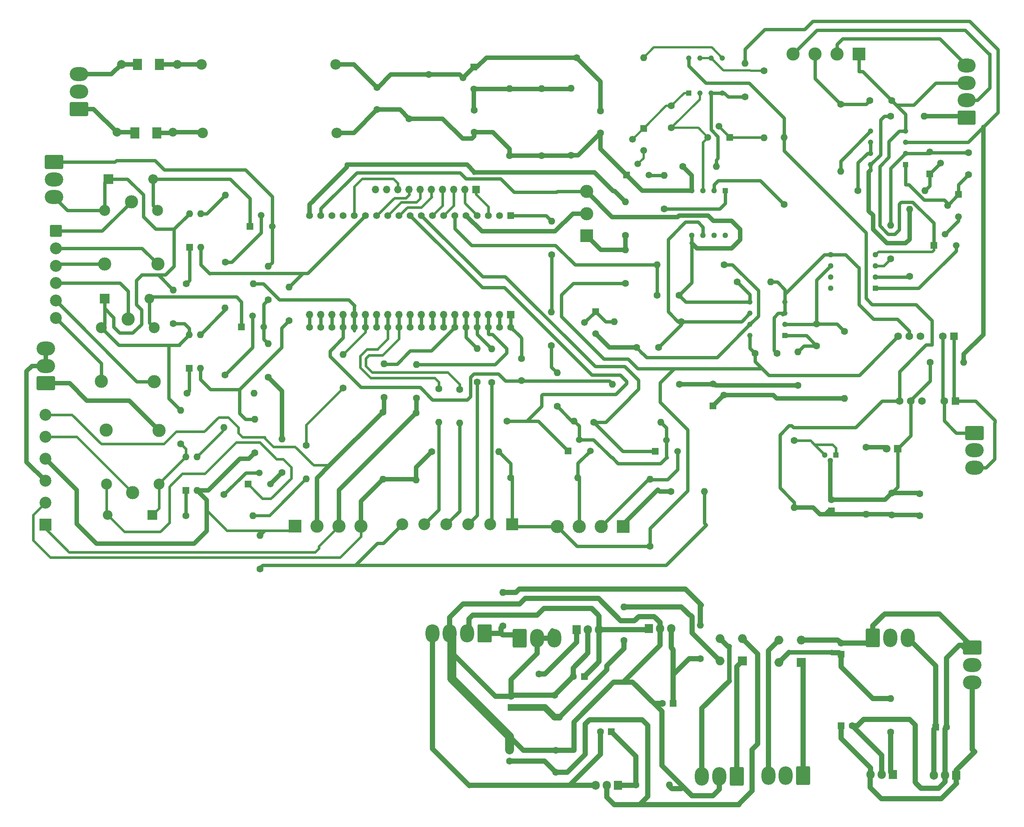
<source format=gbr>
%TF.GenerationSoftware,KiCad,Pcbnew,8.0.3*%
%TF.CreationDate,2024-10-09T15:47:07-03:00*%
%TF.ProjectId,mod_sensado_Prototipo_270624,6d6f645f-7365-46e7-9361-646f5f50726f,rev?*%
%TF.SameCoordinates,Original*%
%TF.FileFunction,Copper,L2,Bot*%
%TF.FilePolarity,Positive*%
%FSLAX46Y46*%
G04 Gerber Fmt 4.6, Leading zero omitted, Abs format (unit mm)*
G04 Created by KiCad (PCBNEW 8.0.3) date 2024-10-09 15:47:07*
%MOMM*%
%LPD*%
G01*
G04 APERTURE LIST*
G04 Aperture macros list*
%AMRoundRect*
0 Rectangle with rounded corners*
0 $1 Rounding radius*
0 $2 $3 $4 $5 $6 $7 $8 $9 X,Y pos of 4 corners*
0 Add a 4 corners polygon primitive as box body*
4,1,4,$2,$3,$4,$5,$6,$7,$8,$9,$2,$3,0*
0 Add four circle primitives for the rounded corners*
1,1,$1+$1,$2,$3*
1,1,$1+$1,$4,$5*
1,1,$1+$1,$6,$7*
1,1,$1+$1,$8,$9*
0 Add four rect primitives between the rounded corners*
20,1,$1+$1,$2,$3,$4,$5,0*
20,1,$1+$1,$4,$5,$6,$7,0*
20,1,$1+$1,$6,$7,$8,$9,0*
20,1,$1+$1,$8,$9,$2,$3,0*%
G04 Aperture macros list end*
%TA.AperFunction,ComponentPad*%
%ADD10C,1.600000*%
%TD*%
%TA.AperFunction,ComponentPad*%
%ADD11O,1.600000X1.600000*%
%TD*%
%TA.AperFunction,ComponentPad*%
%ADD12R,1.905000X2.000000*%
%TD*%
%TA.AperFunction,ComponentPad*%
%ADD13O,1.905000X2.000000*%
%TD*%
%TA.AperFunction,ComponentPad*%
%ADD14R,1.500000X1.500000*%
%TD*%
%TA.AperFunction,ComponentPad*%
%ADD15C,1.500000*%
%TD*%
%TA.AperFunction,ComponentPad*%
%ADD16R,2.000000X2.000000*%
%TD*%
%TA.AperFunction,ComponentPad*%
%ADD17O,2.000000X2.000000*%
%TD*%
%TA.AperFunction,ComponentPad*%
%ADD18R,1.560000X1.560000*%
%TD*%
%TA.AperFunction,ComponentPad*%
%ADD19C,1.560000*%
%TD*%
%TA.AperFunction,ComponentPad*%
%ADD20RoundRect,0.250000X-1.330000X-1.850000X1.330000X-1.850000X1.330000X1.850000X-1.330000X1.850000X0*%
%TD*%
%TA.AperFunction,ComponentPad*%
%ADD21O,3.160000X4.200000*%
%TD*%
%TA.AperFunction,ComponentPad*%
%ADD22RoundRect,0.250000X1.850000X-1.330000X1.850000X1.330000X-1.850000X1.330000X-1.850000X-1.330000X0*%
%TD*%
%TA.AperFunction,ComponentPad*%
%ADD23O,4.200000X3.160000*%
%TD*%
%TA.AperFunction,ComponentPad*%
%ADD24R,1.600000X1.600000*%
%TD*%
%TA.AperFunction,ComponentPad*%
%ADD25R,3.000000X3.000000*%
%TD*%
%TA.AperFunction,ComponentPad*%
%ADD26C,3.000000*%
%TD*%
%TA.AperFunction,ComponentPad*%
%ADD27R,1.550000X1.550000*%
%TD*%
%TA.AperFunction,ComponentPad*%
%ADD28C,1.550000*%
%TD*%
%TA.AperFunction,ComponentPad*%
%ADD29C,2.400000*%
%TD*%
%TA.AperFunction,ComponentPad*%
%ADD30O,2.400000X2.400000*%
%TD*%
%TA.AperFunction,ComponentPad*%
%ADD31R,1.730000X1.730000*%
%TD*%
%TA.AperFunction,ComponentPad*%
%ADD32C,1.730000*%
%TD*%
%TA.AperFunction,ComponentPad*%
%ADD33C,2.500000*%
%TD*%
%TA.AperFunction,ComponentPad*%
%ADD34R,2.200000X2.200000*%
%TD*%
%TA.AperFunction,ComponentPad*%
%ADD35O,2.200000X2.200000*%
%TD*%
%TA.AperFunction,ComponentPad*%
%ADD36RoundRect,0.250000X-1.850000X1.330000X-1.850000X-1.330000X1.850000X-1.330000X1.850000X1.330000X0*%
%TD*%
%TA.AperFunction,ComponentPad*%
%ADD37C,2.000000*%
%TD*%
%TA.AperFunction,ComponentPad*%
%ADD38R,1.210000X1.210000*%
%TD*%
%TA.AperFunction,ComponentPad*%
%ADD39C,1.210000*%
%TD*%
%TA.AperFunction,ComponentPad*%
%ADD40R,1.800000X1.800000*%
%TD*%
%TA.AperFunction,ComponentPad*%
%ADD41C,1.800000*%
%TD*%
%TA.AperFunction,ComponentPad*%
%ADD42R,2.700000X2.700000*%
%TD*%
%TA.AperFunction,ComponentPad*%
%ADD43C,2.700000*%
%TD*%
%TA.AperFunction,ComponentPad*%
%ADD44R,1.298000X1.298000*%
%TD*%
%TA.AperFunction,ComponentPad*%
%ADD45C,1.298000*%
%TD*%
%TA.AperFunction,ComponentPad*%
%ADD46RoundRect,0.250000X1.330000X1.800000X-1.330000X1.800000X-1.330000X-1.800000X1.330000X-1.800000X0*%
%TD*%
%TA.AperFunction,ComponentPad*%
%ADD47O,3.160000X4.100000*%
%TD*%
%TA.AperFunction,ComponentPad*%
%ADD48RoundRect,0.250001X-1.099999X1.099999X-1.099999X-1.099999X1.099999X-1.099999X1.099999X1.099999X0*%
%TD*%
%TA.AperFunction,ComponentPad*%
%ADD49R,1.700000X1.700000*%
%TD*%
%TA.AperFunction,ComponentPad*%
%ADD50O,1.700000X1.700000*%
%TD*%
%TA.AperFunction,ComponentPad*%
%ADD51RoundRect,0.250000X1.330000X1.850000X-1.330000X1.850000X-1.330000X-1.850000X1.330000X-1.850000X0*%
%TD*%
%TA.AperFunction,ComponentPad*%
%ADD52R,1.300000X1.300000*%
%TD*%
%TA.AperFunction,ComponentPad*%
%ADD53C,1.300000*%
%TD*%
%TA.AperFunction,ComponentPad*%
%ADD54RoundRect,0.250000X1.800000X-1.330000X1.800000X1.330000X-1.800000X1.330000X-1.800000X-1.330000X0*%
%TD*%
%TA.AperFunction,ComponentPad*%
%ADD55O,4.100000X3.160000*%
%TD*%
%TA.AperFunction,SMDPad,CuDef*%
%ADD56R,2.000000X2.500000*%
%TD*%
%TA.AperFunction,Conductor*%
%ADD57C,0.800000*%
%TD*%
%TA.AperFunction,Conductor*%
%ADD58C,1.200000*%
%TD*%
%TA.AperFunction,Conductor*%
%ADD59C,2.000000*%
%TD*%
%TA.AperFunction,Conductor*%
%ADD60C,1.000000*%
%TD*%
%TA.AperFunction,Conductor*%
%ADD61C,0.600000*%
%TD*%
%TA.AperFunction,Conductor*%
%ADD62C,1.500000*%
%TD*%
%TA.AperFunction,Conductor*%
%ADD63C,0.500000*%
%TD*%
%TA.AperFunction,Conductor*%
%ADD64C,0.700000*%
%TD*%
G04 APERTURE END LIST*
D10*
%TO.P,RC21,1*%
%TO.N,Net-(CV10-Pad1)*%
X204450000Y-86310000D03*
D11*
%TO.P,RC21,2*%
%TO.N,Net-(RC21-Pad2)*%
X204450000Y-101550000D03*
%TD*%
D12*
%TO.P,U2,1,VI*%
%TO.N,Net-(U2-VI)*%
X215430000Y-187050000D03*
D13*
%TO.P,U2,2,GND*%
%TO.N,GND4*%
X212890000Y-187050000D03*
%TO.P,U2,3,VO*%
%TO.N,+15VCC1*%
X210350000Y-187050000D03*
%TD*%
D10*
%TO.P,CV10,1*%
%TO.N,Net-(CV10-Pad1)*%
X198090000Y-84590000D03*
%TO.P,CV10,2*%
%TO.N,Net-(CV10-Pad2)*%
X198090000Y-89590000D03*
%TD*%
D14*
%TO.P,Q3,1,S*%
%TO.N,b*%
X141600000Y-113480000D03*
D15*
%TO.P,Q3,2,G*%
%TO.N,3V3*%
X144140000Y-110940000D03*
%TO.P,Q3,3,D*%
%TO.N,B*%
X146680000Y-113480000D03*
%TD*%
D16*
%TO.P,D1,1,+*%
%TO.N,Net-(D1-+)*%
X181275000Y-161245000D03*
D17*
%TO.P,D1,2*%
%TO.N,Net-(U8-VI)*%
X181275000Y-156165000D03*
%TO.P,D1,3,-*%
%TO.N,Net-(D1--)*%
X176195000Y-156165000D03*
%TO.P,D1,4*%
%TO.N,Net-(U7-VI)*%
X176195000Y-161245000D03*
%TD*%
D14*
%TO.P,Q7,1,C*%
%TO.N,Net-(D5-A)*%
X67400000Y-85280000D03*
D15*
%TO.P,Q7,2,B*%
%TO.N,Net-(Q7-B)*%
X69940000Y-82740000D03*
%TO.P,Q7,3,E*%
%TO.N,GND4*%
X72480000Y-85280000D03*
%TD*%
D18*
%TO.P,U1,J2-1,3V3*%
%TO.N,3V3*%
X128630000Y-59970000D03*
D19*
%TO.P,U1,J2-2,EN*%
%TO.N,unconnected-(U1-EN-PadJ2-2)*%
X126090000Y-59970000D03*
%TO.P,U1,J2-3,SENSOR_VP*%
%TO.N,1*%
X123550000Y-59970000D03*
%TO.P,U1,J2-4,SENSOR_VN*%
%TO.N,2*%
X121010000Y-59970000D03*
%TO.P,U1,J2-5,IO34*%
%TO.N,temp*%
X118470000Y-59970000D03*
%TO.P,U1,J2-6,IO35*%
%TO.N,VOLTAJE*%
X115930000Y-59970000D03*
%TO.P,U1,J2-7,IO32*%
%TO.N,3*%
X113390000Y-59970000D03*
%TO.P,U1,J2-8,IO33*%
%TO.N,4*%
X110850000Y-59970000D03*
%TO.P,U1,J2-9,IO25*%
%TO.N,a*%
X108310000Y-59970000D03*
%TO.P,U1,J2-10,IO26*%
%TO.N,b*%
X105770000Y-59970000D03*
%TO.P,U1,J2-11,IO27*%
%TO.N,5*%
X103230000Y-59970000D03*
%TO.P,U1,J2-12,IO14*%
%TO.N,6*%
X100690000Y-59970000D03*
%TO.P,U1,J2-13,IO12*%
%TO.N,7*%
X98150000Y-59970000D03*
%TO.P,U1,J2-14,GND1*%
%TO.N,GND2*%
X95610000Y-59970000D03*
%TO.P,U1,J2-15,IO13*%
%TO.N,8*%
X93070000Y-59970000D03*
%TO.P,U1,J2-16,SD2*%
%TO.N,unconnected-(U1-SD2-PadJ2-16)*%
X90530000Y-59970000D03*
%TO.P,U1,J2-17,SD3*%
%TO.N,unconnected-(U1-SD3-PadJ2-17)*%
X87990000Y-59970000D03*
%TO.P,U1,J2-18,CMD*%
%TO.N,GND2*%
X85450000Y-59970000D03*
%TO.P,U1,J2-19,EXT_5V*%
%TO.N,5V(uc)*%
X82910000Y-59970000D03*
%TO.P,U1,J3-1,GND3*%
%TO.N,GND2*%
X128630000Y-85370000D03*
%TO.P,U1,J3-2,IO23*%
%TO.N,Net-(J20-Pin_2)*%
X126090000Y-85370000D03*
%TO.P,U1,J3-3,IO22*%
%TO.N,SCL*%
X123550000Y-85370000D03*
%TO.P,U1,J3-4,TXD0*%
%TO.N,TX*%
X121010000Y-85370000D03*
%TO.P,U1,J3-5,RXD0*%
%TO.N,RX*%
X118470000Y-85370000D03*
%TO.P,U1,J3-6,IO21*%
%TO.N,SDA*%
X115930000Y-85370000D03*
%TO.P,U1,J3-7,GND2*%
%TO.N,GND2*%
X113390000Y-85370000D03*
%TO.P,U1,J3-8,IO19*%
%TO.N,Net-(J20-Pin_8)*%
X110850000Y-85370000D03*
%TO.P,U1,J3-9,IO18*%
%TO.N,Net-(J20-Pin_9)*%
X108310000Y-85370000D03*
%TO.P,U1,J3-10,IO5*%
%TO.N,Net-(J20-Pin_10)*%
X105770000Y-85370000D03*
%TO.P,U1,J3-11,IO17*%
%TO.N,TX2*%
X103230000Y-85370000D03*
%TO.P,U1,J3-12,IO16*%
%TO.N,RX2*%
X100690000Y-85370000D03*
%TO.P,U1,J3-13,IO4*%
%TO.N,IO4*%
X98150000Y-85370000D03*
%TO.P,U1,J3-14,IO0*%
%TO.N,gas_heater*%
X95610000Y-85370000D03*
%TO.P,U1,J3-15,IO2*%
%TO.N,IO2*%
X93070000Y-85370000D03*
%TO.P,U1,J3-16,IO15*%
%TO.N,CORRIENTE*%
X90530000Y-85370000D03*
%TO.P,U1,J3-17,SD1*%
%TO.N,Net-(J20-Pin_17)*%
X87990000Y-85370000D03*
%TO.P,U1,J3-18,SD0*%
%TO.N,Net-(J20-Pin_18)*%
X85450000Y-85370000D03*
%TO.P,U1,J3-19,CLK*%
%TO.N,Net-(J20-Pin_19)*%
X82910000Y-85370000D03*
%TD*%
D20*
%TO.P,J13,1,Pin_1*%
%TO.N,GND4*%
X210905000Y-155965000D03*
D21*
%TO.P,J13,2,Pin_2*%
%TO.N,unconnected-(J13-Pin_2-Pad2)*%
X214865000Y-155965000D03*
%TO.P,J13,3,Pin_3*%
%TO.N,Net-(J12-Pin_3)*%
X218825000Y-155965000D03*
%TD*%
D22*
%TO.P,J17,1,Pin_1*%
%TO.N,VCC2*%
X22900000Y-98110000D03*
D23*
%TO.P,J17,2,Pin_2*%
%TO.N,GND3*%
X22900000Y-94150000D03*
%TO.P,J17,3,Pin_3*%
X22900000Y-90190000D03*
%TD*%
D10*
%TO.P,RV16,1*%
%TO.N,Net-(D6-A)*%
X209340000Y-112610000D03*
D11*
%TO.P,RV16,2*%
%TO.N,VCC1*%
X209340000Y-127850000D03*
%TD*%
D24*
%TO.P,C18,1*%
%TO.N,GND3*%
X151480000Y-177360000D03*
D10*
%TO.P,C18,2*%
%TO.N,-15VCC*%
X148980000Y-177360000D03*
%TD*%
D25*
%TO.P,J8,1,Pin_1*%
%TO.N,5V(uc)*%
X145827500Y-64522500D03*
D26*
%TO.P,J8,2,Pin_2*%
%TO.N,temp*%
X145827500Y-59522500D03*
%TO.P,J8,3,Pin_3*%
%TO.N,GND2*%
X145827500Y-54522500D03*
%TD*%
D27*
%TO.P,RC16,1,1*%
%TO.N,Net-(Cc9-Pad1)*%
X230380000Y-55200000D03*
D28*
%TO.P,RC16,2,2*%
X227880000Y-57700000D03*
%TO.P,RC16,3,3*%
%TO.N,Net-(Q2-B)*%
X230380000Y-60200000D03*
%TD*%
D10*
%TO.P,F2,1*%
%TO.N,Net-(Q1-E)*%
X163450000Y-58490000D03*
D11*
%TO.P,F2,2*%
X163450000Y-50870000D03*
%TD*%
D24*
%TO.P,C19,1*%
%TO.N,Net-(U2-VI)*%
X203660000Y-159720000D03*
D10*
%TO.P,C19,2*%
%TO.N,GND4*%
X203660000Y-157220000D03*
%TD*%
D29*
%TO.P,RV1,1*%
%TO.N,Net-(L1-Pad2)*%
X58285000Y-25610000D03*
D30*
%TO.P,RV1,2*%
%TO.N,Net-(CV1-Pad1)*%
X88765000Y-25610000D03*
%TD*%
D10*
%TO.P,P11,1*%
%TO.N,GND2*%
X71630000Y-140370000D03*
D11*
%TO.P,P11,2*%
X71630000Y-132750000D03*
%TD*%
D10*
%TO.P,F10,1*%
%TO.N,TX2*%
X116970000Y-99540000D03*
D11*
%TO.P,F10,2*%
X116970000Y-107160000D03*
%TD*%
D10*
%TO.P,RV18,1*%
%TO.N,SDA*%
X99530000Y-104700000D03*
D11*
%TO.P,RV18,2*%
%TO.N,5V(uc)*%
X99530000Y-119940000D03*
%TD*%
D10*
%TO.P,F5,1*%
%TO.N,Net-(Cc9-Pad2)*%
X214990000Y-69800000D03*
D11*
%TO.P,F5,2*%
X214990000Y-62180000D03*
%TD*%
D31*
%TO.P,PS1,1,+VIN*%
%TO.N,Net-(J12-Pin_3)*%
X229370000Y-87440000D03*
D32*
%TO.P,PS1,2,-VIN*%
%TO.N,GND4*%
X226830000Y-87440000D03*
%TO.P,PS1,4,NC*%
%TO.N,unconnected-(PS1-NC-Pad4)*%
X221750000Y-87440000D03*
%TO.P,PS1,5,-VOUT*%
%TO.N,GND2*%
X219210000Y-87440000D03*
%TO.P,PS1,6,+VOUT*%
%TO.N,5V(uc)*%
X216670000Y-87440000D03*
%TD*%
D26*
%TO.P,K1,1*%
%TO.N,C1*%
X42390000Y-56820000D03*
D33*
%TO.P,K1,2*%
%TO.N,+15VCC1*%
X36340000Y-58770000D03*
D26*
%TO.P,K1,3*%
%TO.N,NA1*%
X36340000Y-70970000D03*
%TO.P,K1,4*%
%TO.N,NC1*%
X48390000Y-71020000D03*
D33*
%TO.P,K1,5*%
%TO.N,Net-(D3-A)*%
X48340000Y-58770000D03*
%TD*%
D10*
%TO.P,F8,1*%
%TO.N,TX*%
X124310000Y-97880000D03*
D11*
%TO.P,F8,2*%
X124310000Y-90260000D03*
%TD*%
D10*
%TO.P,P7,1*%
%TO.N,gas_heater*%
X90510000Y-99170000D03*
D11*
%TO.P,P7,2*%
X90510000Y-91550000D03*
%TD*%
D34*
%TO.P,D5,1,K*%
%TO.N,+15VCC1*%
X36290000Y-78900000D03*
D35*
%TO.P,D5,2,A*%
%TO.N,Net-(D5-A)*%
X46450000Y-78900000D03*
%TD*%
D10*
%TO.P,P1,1*%
%TO.N,GND1*%
X167710000Y-48830000D03*
D11*
%TO.P,P1,2*%
X175330000Y-48830000D03*
%TD*%
D10*
%TO.P,RE2,1*%
%TO.N,5V(uc)*%
X128620000Y-119610000D03*
D11*
%TO.P,RE2,2*%
%TO.N,B*%
X143860000Y-119610000D03*
%TD*%
D10*
%TO.P,RC1,1*%
%TO.N,Net-(RC1-Pad1)*%
X54810000Y-75470000D03*
D11*
%TO.P,RC1,2*%
%TO.N,IO2*%
X70050000Y-75470000D03*
%TD*%
D24*
%TO.P,U9,1*%
%TO.N,Net-(RC5-Pad1)*%
X55535000Y-94660000D03*
D11*
%TO.P,U9,2*%
%TO.N,GND2*%
X58075000Y-94660000D03*
%TO.P,U9,3*%
%TO.N,Net-(RC6-Pad2)*%
X58075000Y-87040000D03*
%TO.P,U9,4*%
%TO.N,+15VCC1*%
X55535000Y-87040000D03*
%TD*%
D24*
%TO.P,U4,1*%
%TO.N,Net-(RC1-Pad1)*%
X55595000Y-67180000D03*
D11*
%TO.P,U4,2*%
%TO.N,GND2*%
X58135000Y-67180000D03*
%TO.P,U4,3*%
%TO.N,Net-(RC2-Pad2)*%
X58135000Y-59560000D03*
%TO.P,U4,4*%
%TO.N,+15VCC1*%
X55595000Y-59560000D03*
%TD*%
D27*
%TO.P,RC22,1,1*%
%TO.N,Net-(RC21-Pad2)*%
X174530000Y-103280000D03*
D28*
%TO.P,RC22,2,2*%
X177030000Y-100780000D03*
%TO.P,RC22,3,3*%
%TO.N,Net-(CV10-Pad2)*%
X174530000Y-98280000D03*
%TD*%
D10*
%TO.P,P24,1*%
%TO.N,3V3*%
X137900000Y-68860000D03*
D11*
%TO.P,P24,2*%
X137900000Y-61240000D03*
%TD*%
D10*
%TO.P,P14,1*%
%TO.N,GND4*%
X73490000Y-79130000D03*
D11*
%TO.P,P14,2*%
X73490000Y-71510000D03*
%TD*%
D10*
%TO.P,F9,1*%
%TO.N,RX*%
X121000000Y-97860000D03*
D11*
%TO.P,F9,2*%
X121000000Y-90240000D03*
%TD*%
D10*
%TO.P,F6,1*%
%TO.N,GND1*%
X223920000Y-93370000D03*
D11*
%TO.P,F6,2*%
X231540000Y-93370000D03*
%TD*%
D10*
%TO.P,RV15,1*%
%TO.N,Net-(CV5-Pad2)*%
X177100000Y-71180000D03*
D11*
%TO.P,RV15,2*%
%TO.N,VOLTAJE*%
X161860000Y-71180000D03*
%TD*%
D12*
%TO.P,U8,1,GND*%
%TO.N,GND3*%
X152990000Y-189530000D03*
D13*
%TO.P,U8,2,VI*%
%TO.N,Net-(U8-VI)*%
X150450000Y-189530000D03*
%TO.P,U8,3,VO*%
%TO.N,-15VCC*%
X147910000Y-189530000D03*
%TD*%
D20*
%TO.P,J16,1,Pin_1*%
%TO.N,VCC2*%
X130610000Y-156060000D03*
D21*
%TO.P,J16,2,Pin_2*%
%TO.N,GND3*%
X134570000Y-156060000D03*
%TO.P,J16,3,Pin_3*%
X138530000Y-156060000D03*
%TD*%
D25*
%TO.P,J5,1,Pin_1*%
%TO.N,GND3*%
X207730000Y-23280000D03*
D26*
%TO.P,J5,2,Pin_2*%
%TO.N,+15VCC*%
X202730000Y-23280000D03*
%TO.P,J5,3,Pin_3*%
%TO.N,se\u00F1al HALL*%
X197730000Y-23280000D03*
%TO.P,J5,4,Pin_4*%
%TO.N,-15VCC*%
X192730000Y-23280000D03*
%TD*%
D36*
%TO.P,J12,1,Pin_1*%
%TO.N,GND4*%
X233970000Y-109390000D03*
D23*
%TO.P,J12,2,Pin_2*%
%TO.N,unconnected-(J12-Pin_2-Pad2)*%
X233970000Y-113350000D03*
%TO.P,J12,3,Pin_3*%
%TO.N,Net-(J12-Pin_3)*%
X233970000Y-117310000D03*
%TD*%
D10*
%TO.P,RV10,1*%
%TO.N,GND1*%
X142340000Y-46280000D03*
D11*
%TO.P,RV10,2*%
%TO.N,Net-(CV3-Pad1)*%
X142340000Y-31040000D03*
%TD*%
D10*
%TO.P,P17,1*%
%TO.N,VCC2*%
X126850000Y-153280000D03*
D11*
%TO.P,P17,2*%
X126850000Y-145660000D03*
%TD*%
D24*
%TO.P,C1,1*%
%TO.N,VCC2*%
X165550000Y-170910000D03*
D10*
%TO.P,C1,2*%
%TO.N,GND3*%
X163050000Y-170910000D03*
%TD*%
%TO.P,CV5,1*%
%TO.N,Net-(CV5-Pad1)*%
X162190000Y-89990000D03*
%TO.P,CV5,2*%
%TO.N,Net-(CV5-Pad2)*%
X157190000Y-89990000D03*
%TD*%
%TO.P,P12,1*%
%TO.N,GND3*%
X157050000Y-189480000D03*
D11*
%TO.P,P12,2*%
X164670000Y-189480000D03*
%TD*%
D27*
%TO.P,RV4,1,1*%
%TO.N,Net-(CV4-Pad1)*%
X158810000Y-40150000D03*
D28*
%TO.P,RV4,2,2*%
X156310000Y-42650000D03*
%TO.P,RV4,3,3*%
%TO.N,Net-(Q1-B)*%
X158810000Y-45150000D03*
%TD*%
D14*
%TO.P,Q5,1,C*%
%TO.N,Net-(D3-A)*%
X69290000Y-62400000D03*
D15*
%TO.P,Q5,2,B*%
%TO.N,Net-(Q5-B)*%
X71830000Y-59860000D03*
%TO.P,Q5,3,E*%
%TO.N,GND4*%
X74370000Y-62400000D03*
%TD*%
D10*
%TO.P,P5,1*%
%TO.N,GND4*%
X73500000Y-96720000D03*
D11*
%TO.P,P5,2*%
X73500000Y-89100000D03*
%TD*%
D10*
%TO.P,RV17,1*%
%TO.N,Net-(RV17-Pad1)*%
X193050000Y-111102651D03*
D11*
%TO.P,RV17,2*%
%TO.N,VCC1*%
X193050000Y-126342651D03*
%TD*%
D37*
%TO.P,L2,1,1*%
%TO.N,Net-(J1-Pin_3)*%
X40090000Y-25570000D03*
D17*
%TO.P,L2,2,2*%
%TO.N,Net-(L1-Pad2)*%
X52790000Y-25570000D03*
%TD*%
D38*
%TO.P,UV1,1*%
%TO.N,Net-(CV4-Pad1)*%
X169080000Y-32107500D03*
D39*
%TO.P,UV1,2*%
%TO.N,Net-(CV4-Pad2)*%
X171620000Y-32107500D03*
%TO.P,UV1,3*%
%TO.N,GND1*%
X174160000Y-32107500D03*
%TO.P,UV1,4*%
X176700000Y-32107500D03*
%TO.P,UV1,5*%
%TO.N,Net-(RV5-Pad2)*%
X176700000Y-24167500D03*
%TO.P,UV1,6*%
%TO.N,Net-(RV7-Pad1)*%
X174160000Y-24167500D03*
%TO.P,UV1,7*%
X171620000Y-24167500D03*
%TO.P,UV1,8*%
%TO.N,VCC1*%
X169080000Y-24167500D03*
%TD*%
D10*
%TO.P,CV4,1*%
%TO.N,Net-(CV4-Pad1)*%
X165110000Y-35040000D03*
%TO.P,CV4,2*%
%TO.N,Net-(CV4-Pad2)*%
X165110000Y-40040000D03*
%TD*%
D27*
%TO.P,RV14,1,1*%
%TO.N,Net-(RV13-Pad2)*%
X147880000Y-81810000D03*
D28*
%TO.P,RV14,2,2*%
X145380000Y-84310000D03*
%TO.P,RV14,3,3*%
%TO.N,Net-(CV5-Pad2)*%
X147880000Y-86810000D03*
%TD*%
D10*
%TO.P,RV8,1*%
%TO.N,GND1*%
X128320000Y-46390000D03*
D11*
%TO.P,RV8,2*%
%TO.N,Net-(CV3-Pad1)*%
X128320000Y-31150000D03*
%TD*%
D10*
%TO.P,RE3,1*%
%TO.N,5V(uc)*%
X160280000Y-135190000D03*
D11*
%TO.P,RE3,2*%
%TO.N,A*%
X160280000Y-119950000D03*
%TD*%
D10*
%TO.P,P3,1*%
%TO.N,GND1*%
X181880000Y-32980000D03*
D11*
%TO.P,P3,2*%
X181880000Y-25360000D03*
%TD*%
D10*
%TO.P,RC3,1*%
%TO.N,Net-(RC3-Pad1)*%
X54780000Y-128190000D03*
D11*
%TO.P,RC3,2*%
%TO.N,gas_heater*%
X70020000Y-128190000D03*
%TD*%
D10*
%TO.P,P26,1*%
%TO.N,3V3*%
X139140000Y-103370000D03*
D11*
%TO.P,P26,2*%
X139140000Y-95750000D03*
%TD*%
D10*
%TO.P,CV6,1*%
%TO.N,GND2*%
X166842500Y-78140000D03*
%TO.P,CV6,2*%
%TO.N,VOLTAJE*%
X161842500Y-78140000D03*
%TD*%
%TO.P,P23,1*%
%TO.N,Net-(U2-VI)*%
X214950000Y-177450000D03*
D11*
%TO.P,P23,2*%
X214950000Y-169830000D03*
%TD*%
D10*
%TO.P,P6,1*%
%TO.N,gas_heater*%
X82140000Y-112210000D03*
D11*
%TO.P,P6,2*%
X82140000Y-119830000D03*
%TD*%
D24*
%TO.P,C21,1*%
%TO.N,Net-(J12-Pin_3)*%
X225190000Y-176320000D03*
D10*
%TO.P,C21,2*%
%TO.N,GND4*%
X227690000Y-176320000D03*
%TD*%
D24*
%TO.P,C17,1*%
%TO.N,+15VCC*%
X145330000Y-164770000D03*
D10*
%TO.P,C17,2*%
%TO.N,GND3*%
X142830000Y-164770000D03*
%TD*%
%TO.P,P8,1*%
%TO.N,+15VCC1*%
X51910000Y-84540000D03*
D11*
%TO.P,P8,2*%
X51910000Y-76920000D03*
%TD*%
D12*
%TO.P,U3,1,VI*%
%TO.N,+15VCC1*%
X229880000Y-187265000D03*
D13*
%TO.P,U3,2,GND*%
%TO.N,GND4*%
X227340000Y-187265000D03*
%TO.P,U3,3,VO*%
%TO.N,Net-(J12-Pin_3)*%
X224800000Y-187265000D03*
%TD*%
D10*
%TO.P,RC17,1*%
%TO.N,se\u00F1al HALL*%
X203570000Y-34690000D03*
D11*
%TO.P,RC17,2*%
%TO.N,Net-(RC17-Pad2)*%
X203570000Y-49930000D03*
%TD*%
D24*
%TO.P,C20,1*%
%TO.N,+15VCC1*%
X203700000Y-175970000D03*
D10*
%TO.P,C20,2*%
%TO.N,GND4*%
X206200000Y-175970000D03*
%TD*%
%TO.P,F7,1*%
%TO.N,GND2*%
X180110000Y-75080000D03*
D11*
%TO.P,F7,2*%
X187730000Y-75080000D03*
%TD*%
D10*
%TO.P,P20,1*%
%TO.N,GND2*%
X165000000Y-122740000D03*
D11*
%TO.P,P20,2*%
X172620000Y-122740000D03*
%TD*%
D10*
%TO.P,RC19,1*%
%TO.N,Net-(RC19-Pad1)*%
X207540000Y-54290000D03*
D11*
%TO.P,RC19,2*%
%TO.N,Net-(RC18-Pad1)*%
X222780000Y-54290000D03*
%TD*%
D40*
%TO.P,D6,1,K*%
%TO.N,GND1*%
X216530000Y-113020000D03*
D41*
%TO.P,D6,2,A*%
%TO.N,Net-(D6-A)*%
X213990000Y-113020000D03*
%TD*%
D10*
%TO.P,P4,1*%
%TO.N,GND4*%
X76580000Y-118410000D03*
D11*
%TO.P,P4,2*%
X76580000Y-110790000D03*
%TD*%
D10*
%TO.P,F4,1*%
%TO.N,VCC2*%
X214950000Y-37350000D03*
D11*
%TO.P,F4,2*%
X222570000Y-37350000D03*
%TD*%
D10*
%TO.P,CV8,1*%
%TO.N,VCC1*%
X221550000Y-128220000D03*
%TO.P,CV8,2*%
%TO.N,GND1*%
X221550000Y-123220000D03*
%TD*%
D42*
%TO.P,J11,1,Pin_1*%
%TO.N,5V(uc)*%
X128970000Y-130190000D03*
D43*
%TO.P,J11,2,Pin_2*%
%TO.N,TX*%
X123970000Y-130190000D03*
%TO.P,J11,3,Pin_3*%
%TO.N,RX*%
X118970000Y-130190000D03*
%TO.P,J11,4,Pin_4*%
%TO.N,TX2*%
X113970000Y-130190000D03*
%TO.P,J11,5,Pin_5*%
%TO.N,RX2*%
X108970000Y-130190000D03*
%TO.P,J11,6,Pin_6*%
%TO.N,GND2*%
X103970000Y-130190000D03*
%TD*%
D10*
%TO.P,F11,1*%
%TO.N,RX2*%
X112270000Y-99390000D03*
D11*
%TO.P,F11,2*%
X112270000Y-107010000D03*
%TD*%
D10*
%TO.P,P18,1*%
%TO.N,VCC2*%
X171730000Y-160750000D03*
D11*
%TO.P,P18,2*%
X171730000Y-153130000D03*
%TD*%
D10*
%TO.P,CV3,1*%
%TO.N,Net-(CV3-Pad1)*%
X120280000Y-36050000D03*
%TO.P,CV3,2*%
%TO.N,GND1*%
X120280000Y-41050000D03*
%TD*%
%TO.P,P25,1*%
%TO.N,3V3*%
X137850000Y-89500000D03*
D11*
%TO.P,P25,2*%
X137850000Y-81880000D03*
%TD*%
D12*
%TO.P,U7,1,VI*%
%TO.N,Net-(U7-VI)*%
X143610000Y-154150000D03*
D13*
%TO.P,U7,2,GND*%
%TO.N,GND3*%
X146150000Y-154150000D03*
%TO.P,U7,3,VO*%
%TO.N,+15VCC*%
X148690000Y-154150000D03*
%TD*%
D25*
%TO.P,J9,1,Pin_1*%
%TO.N,GND2*%
X79570000Y-130580000D03*
D26*
%TO.P,J9,2,Pin_2*%
%TO.N,SDA*%
X84570000Y-130580000D03*
%TO.P,J9,3,Pin_3*%
%TO.N,SCL*%
X89570000Y-130580000D03*
%TO.P,J9,4,Pin_4*%
%TO.N,5V(uc)*%
X94570000Y-130580000D03*
%TD*%
D10*
%TO.P,C14,1*%
%TO.N,Net-(U7-VI)*%
X138560000Y-174000000D03*
%TO.P,C14,2*%
%TO.N,GND3*%
X138560000Y-169000000D03*
%TD*%
D25*
%TO.P,J2,1,Pin_1*%
%TO.N,GND2*%
X154160000Y-130680000D03*
D26*
%TO.P,J2,2,Pin_2*%
%TO.N,A*%
X149160000Y-130680000D03*
%TO.P,J2,3,Pin_3*%
%TO.N,B*%
X144160000Y-130680000D03*
%TO.P,J2,4,Pin_4*%
%TO.N,5V(uc)*%
X139160000Y-130680000D03*
%TD*%
%TO.P,K2,1*%
%TO.N,C2*%
X42660000Y-122970000D03*
D33*
%TO.P,K2,2*%
%TO.N,+15VCC1*%
X48710000Y-121020000D03*
D26*
%TO.P,K2,3*%
%TO.N,VCC2*%
X48710000Y-108820000D03*
%TO.P,K2,4*%
%TO.N,unconnected-(K2-Pad4)*%
X36660000Y-108770000D03*
D33*
%TO.P,K2,5*%
%TO.N,Net-(D4-A)*%
X36710000Y-121020000D03*
%TD*%
D10*
%TO.P,P2,1*%
%TO.N,5V(uc)*%
X154700000Y-75390000D03*
D11*
%TO.P,P2,2*%
X154700000Y-67770000D03*
%TD*%
D44*
%TO.P,UC5,1*%
%TO.N,Net-(Q2-E)*%
X211510000Y-76480000D03*
D45*
%TO.P,UC5,2*%
%TO.N,Net-(RC20-Pad1)*%
X211510000Y-73940000D03*
%TO.P,UC5,3*%
%TO.N,Net-(Cc9-Pad2)*%
X211510000Y-71400000D03*
%TO.P,UC5,4*%
%TO.N,GND3*%
X211510000Y-68860000D03*
%TO.P,UC5,5*%
%TO.N,GND2*%
X201350000Y-68860000D03*
%TO.P,UC5,6*%
%TO.N,Net-(CV10-Pad1)*%
X201350000Y-71400000D03*
%TO.P,UC5,7*%
%TO.N,unconnected-(UC5-Pad7)*%
X201350000Y-73940000D03*
%TO.P,UC5,8*%
%TO.N,unconnected-(UC5-Pad8)*%
X201350000Y-76480000D03*
%TD*%
D10*
%TO.P,RV19,1*%
%TO.N,SCL*%
X107090000Y-104900000D03*
D11*
%TO.P,RV19,2*%
%TO.N,5V(uc)*%
X107090000Y-120140000D03*
%TD*%
D10*
%TO.P,P10,1*%
%TO.N,GND2*%
X70450000Y-113910000D03*
D11*
%TO.P,P10,2*%
X70450000Y-106290000D03*
%TD*%
D46*
%TO.P,J15,1,Pin_1*%
%TO.N,VCC2*%
X122670000Y-154970000D03*
D47*
%TO.P,J15,2,Pin_2*%
%TO.N,+15VCC*%
X118710000Y-154970000D03*
%TO.P,J15,3,Pin_3*%
%TO.N,GND3*%
X114750000Y-154970000D03*
%TO.P,J15,4,Pin_4*%
%TO.N,-15VCC*%
X110790000Y-154970000D03*
%TD*%
D10*
%TO.P,C16,1*%
%TO.N,GND3*%
X138870000Y-181580000D03*
%TO.P,C16,2*%
%TO.N,Net-(U8-VI)*%
X138870000Y-186580000D03*
%TD*%
D24*
%TO.P,C13,1*%
%TO.N,Net-(U7-VI)*%
X128640000Y-171820000D03*
D10*
%TO.P,C13,2*%
%TO.N,GND3*%
X128640000Y-169320000D03*
%TD*%
%TO.P,CV1,1*%
%TO.N,Net-(CV1-Pad1)*%
X98230000Y-30890000D03*
%TO.P,CV1,2*%
%TO.N,GND1*%
X98230000Y-35890000D03*
%TD*%
%TO.P,RC20,1*%
%TO.N,Net-(RC20-Pad1)*%
X219270000Y-73790000D03*
D11*
%TO.P,RC20,2*%
%TO.N,VCC2*%
X219270000Y-58550000D03*
%TD*%
D48*
%TO.P,J6,1,Pin_1*%
%TO.N,C1*%
X25200000Y-63460000D03*
D43*
%TO.P,J6,2,Pin_2*%
%TO.N,NC1*%
X25200000Y-67420000D03*
%TO.P,J6,3,Pin_3*%
%TO.N,NA1*%
X25200000Y-71380000D03*
%TO.P,J6,4,Pin_4*%
%TO.N,C3*%
X25200000Y-75340000D03*
%TO.P,J6,5,Pin_5*%
%TO.N,NC3*%
X25200000Y-79300000D03*
%TO.P,J6,6,Pin_6*%
%TO.N,NA3*%
X25200000Y-83260000D03*
%TD*%
D49*
%TO.P,J20,1,Pin_1*%
%TO.N,GND2*%
X128590000Y-82490000D03*
D50*
%TO.P,J20,2,Pin_2*%
%TO.N,Net-(J20-Pin_2)*%
X126050000Y-82490000D03*
%TO.P,J20,3,Pin_3*%
%TO.N,SCL*%
X123510000Y-82490000D03*
%TO.P,J20,4,Pin_4*%
%TO.N,TX*%
X120970000Y-82490000D03*
%TO.P,J20,5,Pin_5*%
%TO.N,RX*%
X118430000Y-82490000D03*
%TO.P,J20,6,Pin_6*%
%TO.N,SDA*%
X115890000Y-82490000D03*
%TO.P,J20,7,Pin_7*%
%TO.N,GND2*%
X113350000Y-82490000D03*
%TO.P,J20,8,Pin_8*%
%TO.N,Net-(J20-Pin_8)*%
X110810000Y-82490000D03*
%TO.P,J20,9,Pin_9*%
%TO.N,Net-(J20-Pin_9)*%
X108270000Y-82490000D03*
%TO.P,J20,10,Pin_10*%
%TO.N,Net-(J20-Pin_10)*%
X105730000Y-82490000D03*
%TO.P,J20,11,Pin_11*%
%TO.N,TX2*%
X103190000Y-82490000D03*
%TO.P,J20,12,Pin_12*%
%TO.N,RX2*%
X100650000Y-82490000D03*
%TO.P,J20,13,Pin_13*%
%TO.N,IO4*%
X98110000Y-82490000D03*
%TO.P,J20,14,Pin_14*%
%TO.N,gas_heater*%
X95570000Y-82490000D03*
%TO.P,J20,15,Pin_15*%
%TO.N,IO2*%
X93030000Y-82490000D03*
%TO.P,J20,16,Pin_16*%
%TO.N,CORRIENTE*%
X90490000Y-82490000D03*
%TO.P,J20,17,Pin_17*%
%TO.N,Net-(J20-Pin_17)*%
X87950000Y-82490000D03*
%TO.P,J20,18,Pin_18*%
%TO.N,Net-(J20-Pin_18)*%
X85410000Y-82490000D03*
%TO.P,J20,19,Pin_19*%
%TO.N,Net-(J20-Pin_19)*%
X82870000Y-82490000D03*
%TD*%
D10*
%TO.P,P19,1*%
%TO.N,Net-(U7-VI)*%
X135060000Y-164240000D03*
D11*
%TO.P,P19,2*%
X135060000Y-171860000D03*
%TD*%
D10*
%TO.P,RE4,1*%
%TO.N,a*%
X147440000Y-106950000D03*
D11*
%TO.P,RE4,2*%
%TO.N,3V3*%
X162680000Y-106950000D03*
%TD*%
D10*
%TO.P,Cc12,1*%
%TO.N,GND2*%
X131080000Y-92470000D03*
%TO.P,Cc12,2*%
%TO.N,CORRIENTE*%
X131080000Y-97470000D03*
%TD*%
D44*
%TO.P,UV2,1*%
%TO.N,Net-(Q1-E)*%
X177350000Y-54300000D03*
D45*
%TO.P,UV2,2*%
%TO.N,Net-(RV12-Pad1)*%
X174810000Y-54300000D03*
%TO.P,UV2,3*%
%TO.N,Net-(CV4-Pad2)*%
X172270000Y-54300000D03*
%TO.P,UV2,4*%
%TO.N,GND1*%
X169730000Y-54300000D03*
%TO.P,UV2,5*%
%TO.N,GND2*%
X169730000Y-64460000D03*
%TO.P,UV2,6*%
%TO.N,Net-(CV5-Pad1)*%
X172270000Y-64460000D03*
%TO.P,UV2,7*%
%TO.N,unconnected-(UV2-Pad7)*%
X174810000Y-64460000D03*
%TO.P,UV2,8*%
%TO.N,unconnected-(UV2-Pad8)*%
X177350000Y-64460000D03*
%TD*%
D10*
%TO.P,P22,1*%
%TO.N,5V(uc)*%
X154640000Y-64440000D03*
D11*
%TO.P,P22,2*%
X154640000Y-56820000D03*
%TD*%
D10*
%TO.P,RV3,1*%
%TO.N,Net-(CV1-Pad1)*%
X109980000Y-27940000D03*
%TO.P,RV3,2*%
%TO.N,GND1*%
X105480000Y-37940000D03*
%TD*%
D51*
%TO.P,J3,1,Pin_1*%
%TO.N,Net-(D1-+)*%
X179960000Y-187490000D03*
D21*
%TO.P,J3,2,Pin_2*%
%TO.N,GND3*%
X176000000Y-187490000D03*
%TO.P,J3,3,Pin_3*%
%TO.N,Net-(D1--)*%
X172040000Y-187490000D03*
%TD*%
D10*
%TO.P,CV2,1*%
%TO.N,Net-(CV1-Pad1)*%
X149010000Y-36170000D03*
%TO.P,CV2,2*%
%TO.N,GND1*%
X149010000Y-41170000D03*
%TD*%
D31*
%TO.P,PS2,1,+VIN*%
%TO.N,Net-(J12-Pin_3)*%
X229670000Y-102180000D03*
D32*
%TO.P,PS2,2,-VIN*%
%TO.N,GND4*%
X227130000Y-102180000D03*
%TO.P,PS2,4,NC*%
%TO.N,unconnected-(PS2-NC-Pad4)*%
X222050000Y-102180000D03*
%TO.P,PS2,5,-VOUT*%
%TO.N,GND1*%
X219510000Y-102180000D03*
%TO.P,PS2,6,+VOUT*%
%TO.N,VCC1*%
X216970000Y-102180000D03*
%TD*%
D51*
%TO.P,J4,1,Pin_1*%
%TO.N,Net-(D2-+)*%
X195070000Y-187295000D03*
D21*
%TO.P,J4,2,Pin_2*%
%TO.N,unconnected-(J4-Pin_2-Pad2)*%
X191110000Y-187295000D03*
%TO.P,J4,3,Pin_3*%
%TO.N,Net-(D2--)*%
X187150000Y-187295000D03*
%TD*%
D34*
%TO.P,D4,1,K*%
%TO.N,+15VCC1*%
X47160000Y-128080000D03*
D35*
%TO.P,D4,2,A*%
%TO.N,Net-(D4-A)*%
X37000000Y-128080000D03*
%TD*%
D10*
%TO.P,RV9,1*%
%TO.N,GND1*%
X135590000Y-46340000D03*
D11*
%TO.P,RV9,2*%
%TO.N,Net-(CV3-Pad1)*%
X135590000Y-31100000D03*
%TD*%
D24*
%TO.P,C15,1*%
%TO.N,GND3*%
X128300000Y-181490000D03*
D10*
%TO.P,C15,2*%
%TO.N,Net-(U8-VI)*%
X128300000Y-183990000D03*
%TD*%
D14*
%TO.P,Q2,1,C*%
%TO.N,GND3*%
X224780000Y-66750000D03*
D15*
%TO.P,Q2,2,B*%
%TO.N,Net-(Q2-B)*%
X227320000Y-64210000D03*
%TO.P,Q2,3,E*%
%TO.N,Net-(Q2-E)*%
X229860000Y-66750000D03*
%TD*%
D36*
%TO.P,J18,1,Pin_1*%
%TO.N,GND4*%
X233535000Y-158225000D03*
D23*
%TO.P,J18,2,Pin_2*%
%TO.N,unconnected-(J18-Pin_2-Pad2)*%
X233535000Y-162185000D03*
%TO.P,J18,3,Pin_3*%
%TO.N,+15VCC1*%
X233535000Y-166145000D03*
%TD*%
D49*
%TO.P,J10,1,Pin_1*%
%TO.N,1*%
X120700000Y-54060000D03*
D50*
%TO.P,J10,2,Pin_2*%
%TO.N,2*%
X118160000Y-54060000D03*
%TO.P,J10,3,Pin_3*%
%TO.N,3*%
X115620000Y-54060000D03*
%TO.P,J10,4,Pin_4*%
%TO.N,4*%
X113080000Y-54060000D03*
%TO.P,J10,5,Pin_5*%
%TO.N,5*%
X110540000Y-54060000D03*
%TO.P,J10,6,Pin_6*%
%TO.N,6*%
X108000000Y-54060000D03*
%TO.P,J10,7,Pin_7*%
%TO.N,7*%
X105460000Y-54060000D03*
%TO.P,J10,8,Pin_8*%
%TO.N,8*%
X102920000Y-54060000D03*
%TO.P,J10,9*%
%TO.N,N/C*%
X100380000Y-54060000D03*
%TO.P,J10,10*%
X97840000Y-54060000D03*
%TD*%
D10*
%TO.P,P9,1*%
%TO.N,+15VCC1*%
X53620000Y-111910000D03*
D11*
%TO.P,P9,2*%
X53620000Y-104290000D03*
%TD*%
D24*
%TO.P,U6,1*%
%TO.N,Net-(RC3-Pad1)*%
X54735000Y-122450000D03*
D11*
%TO.P,U6,2*%
%TO.N,GND2*%
X57275000Y-122450000D03*
%TO.P,U6,3*%
%TO.N,Net-(RC4-Pad2)*%
X57275000Y-114830000D03*
%TO.P,U6,4*%
%TO.N,+15VCC1*%
X54735000Y-114830000D03*
%TD*%
D27*
%TO.P,RC18,1,1*%
%TO.N,Net-(RC18-Pad1)*%
X223820000Y-50520000D03*
D28*
%TO.P,RC18,2,2*%
X226320000Y-48020000D03*
%TO.P,RC18,3,3*%
%TO.N,Net-(Cc9-Pad2)*%
X223820000Y-45520000D03*
%TD*%
D26*
%TO.P,K3,1*%
%TO.N,C3*%
X41600000Y-83510000D03*
D33*
%TO.P,K3,2*%
%TO.N,+15VCC1*%
X35550000Y-85460000D03*
D26*
%TO.P,K3,3*%
%TO.N,NA3*%
X35550000Y-97660000D03*
%TO.P,K3,4*%
%TO.N,NC3*%
X47600000Y-97710000D03*
D33*
%TO.P,K3,5*%
%TO.N,Net-(D5-A)*%
X47550000Y-85460000D03*
%TD*%
D10*
%TO.P,P16,1*%
%TO.N,GND2*%
X78250000Y-83840000D03*
D11*
%TO.P,P16,2*%
X78250000Y-76220000D03*
%TD*%
D10*
%TO.P,CV9,1*%
%TO.N,VCC1*%
X215190000Y-128090000D03*
%TO.P,CV9,2*%
%TO.N,GND1*%
X215190000Y-123090000D03*
%TD*%
D52*
%TO.P,VR1,1*%
%TO.N,Net-(RV17-Pad1)*%
X202540000Y-114392651D03*
D53*
%TO.P,VR1,2*%
%TO.N,GND1*%
X201270000Y-115662651D03*
%TO.P,VR1,3*%
%TO.N,Net-(RV17-Pad1)*%
X200000000Y-114392651D03*
%TD*%
D14*
%TO.P,Q4,1,S*%
%TO.N,a*%
X161420000Y-113620000D03*
D15*
%TO.P,Q4,2,G*%
%TO.N,3V3*%
X163960000Y-111080000D03*
%TO.P,Q4,3,D*%
%TO.N,A*%
X166500000Y-113620000D03*
%TD*%
D36*
%TO.P,J19,1,Pin_1*%
%TO.N,GND4*%
X24810000Y-47830000D03*
D23*
%TO.P,J19,2,Pin_2*%
%TO.N,unconnected-(J19-Pin_2-Pad2)*%
X24810000Y-51790000D03*
%TO.P,J19,3,Pin_3*%
%TO.N,+15VCC1*%
X24810000Y-55750000D03*
%TD*%
D10*
%TO.P,RV12,1*%
%TO.N,Net-(RV12-Pad1)*%
X190760000Y-57430000D03*
D11*
%TO.P,RV12,2*%
%TO.N,VCC1*%
X190760000Y-42190000D03*
%TD*%
D10*
%TO.P,RC6,1*%
%TO.N,Net-(Q7-B)*%
X63670000Y-96250000D03*
D11*
%TO.P,RC6,2*%
%TO.N,Net-(RC6-Pad2)*%
X63670000Y-81010000D03*
%TD*%
D10*
%TO.P,RC4,1*%
%TO.N,Net-(Q6-B)*%
X63430000Y-123400000D03*
D11*
%TO.P,RC4,2*%
%TO.N,Net-(RC4-Pad2)*%
X63430000Y-108160000D03*
%TD*%
D42*
%TO.P,J7,1,Pin_1*%
%TO.N,SCL*%
X22810000Y-130270000D03*
D43*
%TO.P,J7,2,Pin_2*%
%TO.N,5V(uc)*%
X22810000Y-125270000D03*
%TO.P,J7,3,Pin_3*%
%TO.N,GND3*%
X22810000Y-120270000D03*
%TO.P,J7,4,Pin_4*%
%TO.N,GND2*%
X22810000Y-115270000D03*
%TO.P,J7,5,Pin_5*%
%TO.N,C2*%
X22810000Y-110270000D03*
%TO.P,J7,6,Pin_6*%
%TO.N,SDA*%
X22810000Y-105270000D03*
%TD*%
D10*
%TO.P,Cc8,1*%
%TO.N,se\u00F1al HALL*%
X210210000Y-33850000D03*
%TO.P,Cc8,2*%
%TO.N,GND3*%
X215210000Y-33850000D03*
%TD*%
%TO.P,RV13,1*%
%TO.N,Net-(CV5-Pad1)*%
X167382500Y-84090000D03*
D11*
%TO.P,RV13,2*%
%TO.N,Net-(RV13-Pad2)*%
X152142500Y-84090000D03*
%TD*%
D34*
%TO.P,D3,1,K*%
%TO.N,+15VCC1*%
X37120000Y-51650000D03*
D35*
%TO.P,D3,2,A*%
%TO.N,Net-(D3-A)*%
X47280000Y-51650000D03*
%TD*%
D10*
%TO.P,P15,1*%
%TO.N,5V(uc)*%
X110660000Y-113660000D03*
D11*
%TO.P,P15,2*%
X125900000Y-113660000D03*
%TD*%
D38*
%TO.P,UV3,1*%
%TO.N,Net-(CV10-Pad2)*%
X190910000Y-87290000D03*
D39*
%TO.P,UV3,2*%
%TO.N,Net-(CV10-Pad1)*%
X190910000Y-84750000D03*
%TO.P,UV3,3*%
%TO.N,GND2*%
X190910000Y-82210000D03*
%TO.P,UV3,4*%
X190910000Y-79670000D03*
%TO.P,UV3,5*%
X182970000Y-79670000D03*
%TO.P,UV3,6*%
%TO.N,Net-(CV5-Pad1)*%
X182970000Y-82210000D03*
%TO.P,UV3,7*%
%TO.N,Net-(CV5-Pad2)*%
X182970000Y-84750000D03*
%TO.P,UV3,8*%
%TO.N,5V(uc)*%
X182970000Y-87290000D03*
%TD*%
D10*
%TO.P,RE1,1*%
%TO.N,b*%
X127780000Y-106720000D03*
D11*
%TO.P,RE1,2*%
%TO.N,3V3*%
X143020000Y-106720000D03*
%TD*%
D10*
%TO.P,P21,1*%
%TO.N,Net-(CV10-Pad2)*%
X193870000Y-98560000D03*
D11*
%TO.P,P21,2*%
X193870000Y-90940000D03*
%TD*%
D38*
%TO.P,UC4,1*%
%TO.N,Net-(Cc9-Pad1)*%
X218327500Y-48400000D03*
D39*
%TO.P,UC4,2*%
%TO.N,Net-(Cc9-Pad2)*%
X218327500Y-45860000D03*
%TO.P,UC4,3*%
%TO.N,GND1*%
X218327500Y-43320000D03*
%TO.P,UC4,4*%
%TO.N,GND3*%
X218327500Y-40780000D03*
%TO.P,UC4,5*%
%TO.N,Net-(RC17-Pad2)*%
X210387500Y-40780000D03*
%TO.P,UC4,6*%
%TO.N,Net-(RC19-Pad1)*%
X210387500Y-43320000D03*
%TO.P,UC4,7*%
X210387500Y-45860000D03*
%TO.P,UC4,8*%
%TO.N,VCC2*%
X210387500Y-48400000D03*
%TD*%
D27*
%TO.P,RV6,1,1*%
%TO.N,Net-(RV6-Pad1)*%
X178410000Y-42190000D03*
D28*
%TO.P,RV6,2,2*%
X175910000Y-39690000D03*
%TO.P,RV6,3,3*%
%TO.N,Net-(CV4-Pad2)*%
X173410000Y-42190000D03*
%TD*%
D29*
%TO.P,RV11,1*%
%TO.N,Net-(L3-Pad2)*%
X58565000Y-41190000D03*
D30*
%TO.P,RV11,2*%
%TO.N,GND1*%
X89045000Y-41190000D03*
%TD*%
D14*
%TO.P,Q1,1,C*%
%TO.N,GND1*%
X154940000Y-50790000D03*
D15*
%TO.P,Q1,2,B*%
%TO.N,Net-(Q1-B)*%
X157480000Y-48250000D03*
%TO.P,Q1,3,E*%
%TO.N,Net-(Q1-E)*%
X160020000Y-50790000D03*
%TD*%
D27*
%TO.P,RV2,1,1*%
%TO.N,Net-(CV1-Pad1)*%
X120220000Y-26200000D03*
D28*
%TO.P,RV2,2,2*%
X117720000Y-28700000D03*
%TO.P,RV2,3,3*%
%TO.N,Net-(CV3-Pad1)*%
X120220000Y-31200000D03*
%TD*%
D10*
%TO.P,Cc9,1*%
%TO.N,Net-(Cc9-Pad1)*%
X232650000Y-50660000D03*
%TO.P,Cc9,2*%
%TO.N,Net-(Cc9-Pad2)*%
X232650000Y-45660000D03*
%TD*%
%TO.P,RV23,1*%
%TO.N,Net-(CV10-Pad2)*%
X166930000Y-98300000D03*
D11*
%TO.P,RV23,2*%
%TO.N,CORRIENTE*%
X151690000Y-98300000D03*
%TD*%
D14*
%TO.P,Q6,1,C*%
%TO.N,Net-(D4-A)*%
X68890000Y-121010000D03*
D15*
%TO.P,Q6,2,B*%
%TO.N,Net-(Q6-B)*%
X71430000Y-118470000D03*
%TO.P,Q6,3,E*%
%TO.N,GND4*%
X73970000Y-121010000D03*
%TD*%
D10*
%TO.P,P13,1*%
%TO.N,Net-(U7-VI)*%
X154330000Y-156570000D03*
D11*
%TO.P,P13,2*%
X154330000Y-148950000D03*
%TD*%
D10*
%TO.P,F13,1*%
%TO.N,SDA*%
X99800000Y-101320000D03*
D11*
%TO.P,F13,2*%
X99800000Y-93700000D03*
%TD*%
D10*
%TO.P,RC2,1*%
%TO.N,Net-(Q5-B)*%
X63730000Y-70570000D03*
D11*
%TO.P,RC2,2*%
%TO.N,Net-(RC2-Pad2)*%
X63730000Y-55330000D03*
%TD*%
D54*
%TO.P,J14,1,Pin_1*%
%TO.N,VCC2*%
X232230000Y-37740000D03*
D55*
%TO.P,J14,2,Pin_2*%
%TO.N,-15VCC*%
X232230000Y-33780000D03*
%TO.P,J14,3,Pin_3*%
%TO.N,GND3*%
X232230000Y-29820000D03*
%TO.P,J14,4,Pin_4*%
%TO.N,+15VCC*%
X232230000Y-25860000D03*
%TD*%
D10*
%TO.P,RV5,1*%
%TO.N,Net-(CV1-Pad1)*%
X143550000Y-24060000D03*
D11*
%TO.P,RV5,2*%
%TO.N,Net-(RV5-Pad2)*%
X158790000Y-24060000D03*
%TD*%
D10*
%TO.P,RC5,1*%
%TO.N,Net-(RC5-Pad1)*%
X54990000Y-100410000D03*
D11*
%TO.P,RC5,2*%
%TO.N,IO3*%
X70230000Y-100410000D03*
%TD*%
D16*
%TO.P,D2,1,+*%
%TO.N,Net-(D2-+)*%
X194625000Y-161585000D03*
D17*
%TO.P,D2,2*%
%TO.N,GND4*%
X194625000Y-156505000D03*
%TO.P,D2,3,-*%
%TO.N,Net-(D2--)*%
X189545000Y-156505000D03*
%TO.P,D2,4*%
%TO.N,Net-(U2-VI)*%
X189545000Y-161585000D03*
%TD*%
D37*
%TO.P,L4,1,1*%
%TO.N,Net-(J1-Pin_1)*%
X39080000Y-41060000D03*
D17*
%TO.P,L4,2,2*%
%TO.N,Net-(L3-Pad2)*%
X51780000Y-41060000D03*
%TD*%
D24*
%TO.P,C2,1*%
%TO.N,VCC1*%
X201460000Y-127092651D03*
D10*
%TO.P,C2,2*%
%TO.N,GND1*%
X201460000Y-124592651D03*
%TD*%
%TO.P,F12,1*%
%TO.N,SCL*%
X107180000Y-101460000D03*
D11*
%TO.P,F12,2*%
X107180000Y-93840000D03*
%TD*%
D22*
%TO.P,J1,1,Pin_1*%
%TO.N,Net-(J1-Pin_1)*%
X30440000Y-35770000D03*
D23*
%TO.P,J1,2,Pin_2*%
%TO.N,unconnected-(J1-Pin_2-Pad2)*%
X30440000Y-31810000D03*
%TO.P,J1,3,Pin_3*%
%TO.N,Net-(J1-Pin_3)*%
X30440000Y-27850000D03*
%TD*%
D10*
%TO.P,CV7,1*%
%TO.N,GND2*%
X189140000Y-91330000D03*
%TO.P,CV7,2*%
%TO.N,5V(uc)*%
X184140000Y-91330000D03*
%TD*%
%TO.P,RV7,1*%
%TO.N,Net-(RV7-Pad1)*%
X186130000Y-27050000D03*
D11*
%TO.P,RV7,2*%
%TO.N,Net-(RV6-Pad1)*%
X186130000Y-42290000D03*
%TD*%
D12*
%TO.P,U5,1,VI*%
%TO.N,+15VCC*%
X159980000Y-153880000D03*
D13*
%TO.P,U5,2,GND*%
%TO.N,GND3*%
X162520000Y-153880000D03*
%TO.P,U5,3,VO*%
%TO.N,VCC2*%
X165060000Y-153880000D03*
%TD*%
D56*
%TO.P,L1,1,1*%
%TO.N,Net-(J1-Pin_3)*%
X43750000Y-25600000D03*
%TO.P,L1,2,2*%
%TO.N,Net-(L1-Pad2)*%
X48750000Y-25600000D03*
%TD*%
%TO.P,L3,1,1*%
%TO.N,Net-(J1-Pin_1)*%
X43150000Y-41210000D03*
%TO.P,L3,2,2*%
%TO.N,Net-(L3-Pad2)*%
X48150000Y-41210000D03*
%TD*%
D57*
%TO.N,GND3*%
X214370000Y-64180000D02*
X212470000Y-62280000D01*
D58*
X142830000Y-164770000D02*
X142830000Y-162825000D01*
D57*
X218327500Y-36967500D02*
X218327500Y-40780000D01*
D58*
X176000000Y-190470000D02*
X174610000Y-191860000D01*
D59*
X115180000Y-159380000D02*
X115180000Y-155250000D01*
D58*
X167800000Y-189890000D02*
X162960000Y-185050000D01*
D57*
X224780000Y-62020000D02*
X224780000Y-61720000D01*
D60*
X22900000Y-94150000D02*
X22900000Y-90190000D01*
D58*
X162960000Y-185050000D02*
X162960000Y-177380000D01*
X162520000Y-152450000D02*
X161230000Y-151160000D01*
X162960000Y-172720000D02*
X161150000Y-170910000D01*
D57*
X207730000Y-27240000D02*
X208600000Y-27240000D01*
X208600000Y-27240000D02*
X215210000Y-33850000D01*
X219960000Y-56900000D02*
X217350000Y-56900000D01*
X212470000Y-62280000D02*
X212470000Y-48790000D01*
D59*
X115180000Y-165280000D02*
X115180000Y-159380000D01*
D58*
X134570000Y-159480000D02*
X134570000Y-156060000D01*
X134620000Y-159530000D02*
X134570000Y-159480000D01*
X131860000Y-147060000D02*
X130650000Y-148270000D01*
X164670000Y-189750000D02*
X164670000Y-189480000D01*
D57*
X215210000Y-33850000D02*
X215815000Y-34455000D01*
D58*
X130800000Y-169000000D02*
X128960000Y-169000000D01*
X162550000Y-157720000D02*
X162560000Y-157720000D01*
X154190000Y-166080000D02*
X162550000Y-157720000D01*
D61*
X211510000Y-68860000D02*
X212130000Y-68240000D01*
D58*
X176000000Y-187490000D02*
X176000000Y-190470000D01*
X157050000Y-182930000D02*
X153715000Y-179595000D01*
D61*
X224780000Y-67820000D02*
X224780000Y-66750000D01*
D59*
X128300000Y-181490000D02*
X128300000Y-178400000D01*
D58*
X125120000Y-169320000D02*
X115180000Y-159380000D01*
X142970000Y-175110000D02*
X144050000Y-174030000D01*
X161230000Y-151160000D02*
X157680000Y-151160000D01*
X142970000Y-181580000D02*
X142970000Y-175110000D01*
X157680000Y-151160000D02*
X156740000Y-152100000D01*
X146150000Y-159505000D02*
X146150000Y-154150000D01*
D60*
X18560000Y-116020000D02*
X22810000Y-120270000D01*
X18560000Y-95390000D02*
X18560000Y-116020000D01*
D57*
X216930000Y-57320000D02*
X216930000Y-63170000D01*
D58*
X167370000Y-190320000D02*
X165240000Y-190320000D01*
D60*
X19800000Y-94150000D02*
X18560000Y-95390000D01*
D58*
X162520000Y-153880000D02*
X162520000Y-152450000D01*
X138870000Y-181580000D02*
X131480000Y-181580000D01*
D57*
X224780000Y-62020000D02*
X224780000Y-66750000D01*
D58*
X167800000Y-189890000D02*
X167370000Y-190320000D01*
D57*
X216930000Y-40780000D02*
X214565000Y-43145000D01*
D58*
X162560000Y-157720000D02*
X162520000Y-157680000D01*
D57*
X216220000Y-34860000D02*
X215815000Y-34455000D01*
D58*
X165240000Y-190320000D02*
X164670000Y-189750000D01*
X134570000Y-156060000D02*
X138530000Y-156060000D01*
X128960000Y-169000000D02*
X128640000Y-169320000D01*
X148540000Y-147060000D02*
X131860000Y-147060000D01*
D57*
X214565000Y-46695000D02*
X214565000Y-43145000D01*
X215920000Y-64180000D02*
X214370000Y-64180000D01*
X212470000Y-48790000D02*
X214565000Y-46695000D01*
D58*
X142830000Y-162825000D02*
X146150000Y-159505000D01*
D59*
X128300000Y-178400000D02*
X115180000Y-165280000D01*
D58*
X152990000Y-189530000D02*
X157000000Y-189530000D01*
X128640000Y-169320000D02*
X128640000Y-165510000D01*
X131480000Y-181580000D02*
X128300000Y-178400000D01*
D57*
X220200000Y-34860000D02*
X216220000Y-34860000D01*
X217350000Y-56900000D02*
X216930000Y-57320000D01*
X216930000Y-63170000D02*
X215920000Y-64180000D01*
D58*
X156740000Y-152100000D02*
X153580000Y-152100000D01*
D57*
X207730000Y-23280000D02*
X207730000Y-27240000D01*
D58*
X162960000Y-177380000D02*
X162960000Y-172720000D01*
X161150000Y-170910000D02*
X156320000Y-166080000D01*
X154190000Y-166080000D02*
X152000000Y-166080000D01*
X169770000Y-191860000D02*
X167800000Y-189890000D01*
D57*
X224780000Y-61650000D02*
X224780000Y-62020000D01*
D58*
X138560000Y-169000000D02*
X130800000Y-169000000D01*
X156320000Y-166080000D02*
X154190000Y-166080000D01*
X162520000Y-157680000D02*
X162520000Y-153880000D01*
X128640000Y-165510000D02*
X134620000Y-159530000D01*
D57*
X218327500Y-40780000D02*
X216930000Y-40780000D01*
D58*
X138100000Y-155755000D02*
X138100000Y-154360000D01*
D57*
X224780000Y-61720000D02*
X219960000Y-56900000D01*
X225240000Y-29820000D02*
X232230000Y-29820000D01*
X220200000Y-34860000D02*
X225240000Y-29820000D01*
D61*
X212130000Y-68240000D02*
X224360000Y-68240000D01*
D58*
X153580000Y-152100000D02*
X148540000Y-147060000D01*
X157050000Y-189480000D02*
X157050000Y-182930000D01*
X128640000Y-169320000D02*
X125120000Y-169320000D01*
X114750000Y-151310000D02*
X114750000Y-154970000D01*
X142970000Y-181580000D02*
X138870000Y-181580000D01*
X174610000Y-191860000D02*
X169770000Y-191860000D01*
D60*
X22900000Y-94150000D02*
X19800000Y-94150000D01*
D58*
X130650000Y-148270000D02*
X117790000Y-148270000D01*
X144050000Y-174030000D02*
X152000000Y-166080000D01*
X157000000Y-189530000D02*
X157050000Y-189480000D01*
X142770000Y-164790000D02*
X138560000Y-169000000D01*
X153715000Y-179595000D02*
X151480000Y-177360000D01*
X117790000Y-148270000D02*
X114750000Y-151310000D01*
D57*
X215815000Y-34455000D02*
X218327500Y-36967500D01*
D58*
X163050000Y-170910000D02*
X161150000Y-170910000D01*
D61*
X224360000Y-68240000D02*
X224780000Y-67820000D01*
D58*
%TO.N,Net-(U7-VI)*%
X169820000Y-154870000D02*
X169820000Y-151170000D01*
D62*
X128640000Y-171820000D02*
X136380000Y-171820000D01*
D58*
X169820000Y-151170000D02*
X169580000Y-150930000D01*
X139691370Y-174000000D02*
X150440000Y-163251370D01*
D62*
X136380000Y-171820000D02*
X138560000Y-174000000D01*
D58*
X150440000Y-162340000D02*
X154330000Y-158450000D01*
X135060000Y-164240000D02*
X136390000Y-164240000D01*
D62*
X138560000Y-174000000D02*
X139691370Y-174000000D01*
D58*
X150440000Y-163251370D02*
X150440000Y-162340000D01*
X169580000Y-150930000D02*
X169370000Y-150930000D01*
X154330000Y-148950000D02*
X167390000Y-148950000D01*
X176195000Y-161245000D02*
X169820000Y-154870000D01*
X136390000Y-164240000D02*
X143610000Y-157020000D01*
X167390000Y-148950000D02*
X167730000Y-149290000D01*
X154330000Y-158450000D02*
X154330000Y-156570000D01*
X143610000Y-157020000D02*
X143610000Y-154150000D01*
X169370000Y-150930000D02*
X167730000Y-149290000D01*
%TO.N,Net-(U8-VI)*%
X145540000Y-175570000D02*
X146520000Y-174590000D01*
X158460000Y-174590000D02*
X159730000Y-175860000D01*
X184730000Y-159620000D02*
X184730000Y-180100000D01*
X157870000Y-193930000D02*
X152160000Y-193930000D01*
X184730000Y-180100000D02*
X183440000Y-181390000D01*
X152160000Y-193930000D02*
X150450000Y-192220000D01*
X128300000Y-183990000D02*
X136280000Y-183990000D01*
X141480000Y-186580000D02*
X145540000Y-182520000D01*
X180500000Y-193760000D02*
X180500000Y-193930000D01*
X145540000Y-182520000D02*
X145540000Y-175570000D01*
X159730000Y-192070000D02*
X157870000Y-193930000D01*
X183440000Y-181390000D02*
X183440000Y-190820000D01*
X138870000Y-186580000D02*
X141480000Y-186580000D01*
X159730000Y-175860000D02*
X159730000Y-192070000D01*
X150450000Y-192220000D02*
X150450000Y-189530000D01*
X146520000Y-174590000D02*
X158460000Y-174590000D01*
X181275000Y-156165000D02*
X184730000Y-159620000D01*
X180500000Y-193930000D02*
X157870000Y-193930000D01*
X136280000Y-183990000D02*
X138870000Y-186580000D01*
X183440000Y-190820000D02*
X180500000Y-193760000D01*
D57*
%TO.N,Net-(Cc9-Pad2)*%
X214990000Y-49197500D02*
X214990000Y-62180000D01*
X223960000Y-45660000D02*
X223820000Y-45520000D01*
D61*
X211510000Y-71400000D02*
X213390000Y-71400000D01*
D57*
X218327500Y-45860000D02*
X214990000Y-49197500D01*
X232650000Y-45660000D02*
X223960000Y-45660000D01*
D61*
X213390000Y-71400000D02*
X214990000Y-69800000D01*
D57*
X223480000Y-45860000D02*
X223820000Y-45520000D01*
X218327500Y-45860000D02*
X223480000Y-45860000D01*
%TO.N,Net-(Cc9-Pad1)*%
X218327500Y-48400000D02*
X218327500Y-52917500D01*
X227880000Y-57700000D02*
X230380000Y-55200000D01*
X227150000Y-56440000D02*
X227880000Y-57170000D01*
X218327500Y-52917500D02*
X219087500Y-52917500D01*
X227880000Y-57170000D02*
X227880000Y-57700000D01*
X230380000Y-52930000D02*
X232650000Y-50660000D01*
X219087500Y-52917500D02*
X222610000Y-56440000D01*
X222610000Y-56440000D02*
X227150000Y-56440000D01*
X230380000Y-55200000D02*
X230380000Y-52930000D01*
%TO.N,GND2*%
X207730000Y-80220000D02*
X211040000Y-83530000D01*
X113350000Y-82050000D02*
X113350000Y-85330000D01*
X190910000Y-77840000D02*
X190910000Y-76810000D01*
X182970000Y-79670000D02*
X168372500Y-79670000D01*
X128590000Y-82050000D02*
X128590000Y-85330000D01*
D60*
X29920000Y-130080000D02*
X34460000Y-134620000D01*
X57275000Y-122450000D02*
X59525000Y-124700000D01*
D57*
X66920000Y-99510000D02*
X66920000Y-104910000D01*
D60*
X178820000Y-61190000D02*
X180760000Y-63130000D01*
D57*
X211040000Y-83530000D02*
X216500000Y-83530000D01*
D60*
X34460000Y-134620000D02*
X56610000Y-134620000D01*
D57*
X60150000Y-73210000D02*
X60260000Y-73100000D01*
X99660000Y-134500000D02*
X98280000Y-134500000D01*
X128630000Y-85370000D02*
X130755000Y-87495000D01*
X169730000Y-75252500D02*
X166842500Y-78140000D01*
X66920000Y-104910000D02*
X68300000Y-106290000D01*
X188430000Y-90620000D02*
X189140000Y-91330000D01*
X154160000Y-130680000D02*
X154790000Y-130680000D01*
X128590000Y-85330000D02*
X128630000Y-85370000D01*
X60260000Y-73100000D02*
X82480000Y-73100000D01*
D60*
X166890000Y-59970000D02*
X166920000Y-60000000D01*
D57*
X126270000Y-51610000D02*
X129330000Y-54670000D01*
X172620000Y-129910000D02*
X172620000Y-122740000D01*
X219210000Y-86240000D02*
X219210000Y-86460000D01*
X81370000Y-73100000D02*
X78250000Y-76220000D01*
D60*
X174650000Y-61190000D02*
X178820000Y-61190000D01*
D57*
X113350000Y-85330000D02*
X113390000Y-85370000D01*
D60*
X56610000Y-134620000D02*
X59525000Y-131705000D01*
D57*
X93320000Y-139460000D02*
X91370000Y-139460000D01*
D60*
X180760000Y-63130000D02*
X180760000Y-65490000D01*
D57*
X182970000Y-77940000D02*
X180110000Y-75080000D01*
D60*
X22810000Y-115270000D02*
X29920000Y-122380000D01*
D57*
X168372500Y-79670000D02*
X166842500Y-78140000D01*
X91370000Y-139460000D02*
X72190000Y-139460000D01*
X182970000Y-79670000D02*
X182970000Y-77940000D01*
X58135000Y-67180000D02*
X58135000Y-71195000D01*
X190910000Y-82210000D02*
X190910000Y-79670000D01*
X71700000Y-139950000D02*
X71700000Y-140280000D01*
X82480000Y-73100000D02*
X95610000Y-59970000D01*
X190910000Y-82210000D02*
X189400000Y-82210000D01*
D60*
X154160000Y-130210000D02*
X154160000Y-130680000D01*
D57*
X60350000Y-99510000D02*
X66920000Y-99510000D01*
X201350000Y-68860000D02*
X199890000Y-68860000D01*
X207730000Y-71880000D02*
X207730000Y-80220000D01*
X188430000Y-83180000D02*
X188430000Y-90620000D01*
X76500000Y-85590000D02*
X78250000Y-83840000D01*
X103970000Y-130190000D02*
X99660000Y-134500000D01*
X201350000Y-68860000D02*
X204710000Y-68860000D01*
X82480000Y-73100000D02*
X81370000Y-73100000D01*
X91370000Y-139460000D02*
X163910000Y-139460000D01*
D60*
X59830000Y-122450000D02*
X67030000Y-115250000D01*
X166510000Y-60350000D02*
X166890000Y-59970000D01*
D57*
X129330000Y-54670000D02*
X139050000Y-54670000D01*
D60*
X180760000Y-65490000D02*
X178810000Y-67440000D01*
X57275000Y-122450000D02*
X59830000Y-122450000D01*
D57*
X199890000Y-68860000D02*
X190910000Y-77840000D01*
X93600000Y-50270000D02*
X117080000Y-50270000D01*
X163910000Y-139460000D02*
X173040000Y-130330000D01*
X169730000Y-64460000D02*
X169730000Y-66280000D01*
X216500000Y-83530000D02*
X219210000Y-86240000D01*
X58135000Y-71195000D02*
X60150000Y-73210000D01*
X85450000Y-58420000D02*
X93600000Y-50270000D01*
D60*
X162060000Y-122310000D02*
X162490000Y-122740000D01*
D57*
X204710000Y-68860000D02*
X207460000Y-71610000D01*
D60*
X170890000Y-67440000D02*
X169730000Y-66280000D01*
D61*
X78570000Y-131580000D02*
X79570000Y-130580000D01*
D60*
X69110000Y-115250000D02*
X70450000Y-113910000D01*
D57*
X190910000Y-79670000D02*
X190910000Y-82030000D01*
D60*
X145827500Y-54522500D02*
X151655000Y-60350000D01*
D57*
X118420000Y-51610000D02*
X126270000Y-51610000D01*
X68300000Y-106290000D02*
X70450000Y-106290000D01*
D60*
X29920000Y-122380000D02*
X29920000Y-130080000D01*
D57*
X189180000Y-75080000D02*
X187730000Y-75080000D01*
X58075000Y-94660000D02*
X58075000Y-97235000D01*
D60*
X151655000Y-60350000D02*
X166510000Y-60350000D01*
D61*
X64120000Y-131580000D02*
X73130000Y-131580000D01*
D60*
X59525000Y-131705000D02*
X59525000Y-124700000D01*
D57*
X76500000Y-89930000D02*
X76500000Y-85590000D01*
D60*
X67030000Y-115250000D02*
X69110000Y-115250000D01*
D61*
X73130000Y-131580000D02*
X78570000Y-131580000D01*
D60*
X162490000Y-122740000D02*
X165000000Y-122740000D01*
D57*
X190910000Y-77840000D02*
X190910000Y-79670000D01*
D61*
X72780000Y-131580000D02*
X71700000Y-132660000D01*
D57*
X131080000Y-87820000D02*
X131080000Y-92470000D01*
X139050000Y-54670000D02*
X139197500Y-54522500D01*
D60*
X162060000Y-122310000D02*
X154160000Y-130210000D01*
D57*
X58075000Y-97235000D02*
X60350000Y-99510000D01*
X190910000Y-82030000D02*
X190390000Y-82550000D01*
X190910000Y-76810000D02*
X189180000Y-75080000D01*
D61*
X73130000Y-131580000D02*
X72780000Y-131580000D01*
D60*
X173460000Y-60000000D02*
X174650000Y-61190000D01*
D57*
X117080000Y-50270000D02*
X118420000Y-51610000D01*
X189400000Y-82210000D02*
X188430000Y-83180000D01*
D60*
X166920000Y-60000000D02*
X173460000Y-60000000D01*
D57*
X98280000Y-134500000D02*
X93320000Y-139460000D01*
X207460000Y-71610000D02*
X207730000Y-71880000D01*
X66920000Y-99510000D02*
X76500000Y-89930000D01*
X85450000Y-59970000D02*
X85450000Y-58420000D01*
X169730000Y-66280000D02*
X169730000Y-75252500D01*
X130755000Y-87495000D02*
X131080000Y-87820000D01*
D60*
X178810000Y-67440000D02*
X170890000Y-67440000D01*
D57*
X139197500Y-54522500D02*
X145827500Y-54522500D01*
X173040000Y-130330000D02*
X172620000Y-129910000D01*
D61*
X64120000Y-131580000D02*
X59525000Y-126985000D01*
D57*
X72190000Y-139460000D02*
X71700000Y-139950000D01*
D58*
%TO.N,VCC2*%
X126410000Y-153720000D02*
X126850000Y-153280000D01*
D60*
X32240000Y-102030000D02*
X41920000Y-102030000D01*
X28320000Y-98110000D02*
X32240000Y-102030000D01*
D57*
X210387500Y-48400000D02*
X210387500Y-49667500D01*
D58*
X130540000Y-144930000D02*
X168290000Y-144930000D01*
X122670000Y-154970000D02*
X126410000Y-154970000D01*
X168290000Y-144930000D02*
X171910000Y-148550000D01*
D60*
X222570000Y-37350000D02*
X231840000Y-37350000D01*
D58*
X126730000Y-155290000D02*
X129840000Y-155290000D01*
X165550000Y-170910000D02*
X165550000Y-164380000D01*
D57*
X212640000Y-46147500D02*
X212640000Y-38230000D01*
D58*
X165550000Y-164380000D02*
X169180000Y-160750000D01*
D60*
X231840000Y-37350000D02*
X232230000Y-37740000D01*
D58*
X171910000Y-148550000D02*
X171730000Y-148730000D01*
D60*
X218360000Y-66280000D02*
X219270000Y-65370000D01*
D58*
X165550000Y-164380000D02*
X165550000Y-158700000D01*
D57*
X213520000Y-37350000D02*
X214950000Y-37350000D01*
D60*
X210980000Y-59930000D02*
X210980000Y-63120000D01*
D57*
X210387500Y-48400000D02*
X212640000Y-46147500D01*
D60*
X209980000Y-58930000D02*
X210980000Y-59930000D01*
X219270000Y-65370000D02*
X219270000Y-58550000D01*
D58*
X126410000Y-154970000D02*
X126410000Y-153720000D01*
X126850000Y-145660000D02*
X129810000Y-145660000D01*
D60*
X210387500Y-49667500D02*
X209980000Y-50075000D01*
D58*
X129675000Y-155250000D02*
X130180000Y-155755000D01*
X169180000Y-160750000D02*
X171730000Y-160750000D01*
X126410000Y-154970000D02*
X126730000Y-155290000D01*
X129840000Y-155290000D02*
X130610000Y-156060000D01*
D60*
X41920000Y-102030000D02*
X48710000Y-108820000D01*
X210980000Y-63120000D02*
X214140000Y-66280000D01*
D57*
X212640000Y-38230000D02*
X213520000Y-37350000D01*
D58*
X129810000Y-145660000D02*
X130540000Y-144930000D01*
X171730000Y-148730000D02*
X171730000Y-153130000D01*
X165060000Y-158210000D02*
X165060000Y-153880000D01*
D60*
X209980000Y-50075000D02*
X209980000Y-58930000D01*
D58*
X165550000Y-158700000D02*
X165060000Y-158210000D01*
D60*
X22900000Y-98110000D02*
X28320000Y-98110000D01*
X214140000Y-66280000D02*
X218360000Y-66280000D01*
D57*
%TO.N,CORRIENTE*%
X127440000Y-97610000D02*
X125800000Y-95970000D01*
X135010000Y-97610000D02*
X127440000Y-97610000D01*
X125800000Y-95970000D02*
X120210000Y-95970000D01*
X119440000Y-101100000D02*
X118680000Y-101860000D01*
X110830000Y-101860000D02*
X118680000Y-101860000D01*
X120210000Y-95970000D02*
X119440000Y-96740000D01*
X87540000Y-91990000D02*
X94570000Y-99020000D01*
X119440000Y-96740000D02*
X119440000Y-101100000D01*
X90530000Y-82090000D02*
X90490000Y-82050000D01*
X90530000Y-87780000D02*
X87540000Y-90770000D01*
X90530000Y-85370000D02*
X90530000Y-87780000D01*
X135010000Y-97610000D02*
X151000000Y-97610000D01*
X151000000Y-97610000D02*
X151690000Y-98300000D01*
X90530000Y-85370000D02*
X90530000Y-82090000D01*
X87540000Y-90770000D02*
X87540000Y-91990000D01*
X107990000Y-99020000D02*
X110830000Y-101860000D01*
X94570000Y-99020000D02*
X107990000Y-99020000D01*
D60*
%TO.N,GND1*%
X142230000Y-46390000D02*
X142340000Y-46280000D01*
X221420000Y-123090000D02*
X221550000Y-123220000D01*
X236020000Y-87040000D02*
X231540000Y-91520000D01*
D57*
X223920000Y-97540000D02*
X223920000Y-93370000D01*
X230989010Y-43320000D02*
X230999010Y-43310000D01*
D60*
X169730000Y-50850000D02*
X167710000Y-48830000D01*
D57*
X195420151Y-17620000D02*
X186370000Y-17620000D01*
X175700000Y-42000000D02*
X175700000Y-46990000D01*
D60*
X169730000Y-54300000D02*
X169730000Y-50850000D01*
D57*
X219510000Y-102180000D02*
X219510000Y-101950000D01*
D60*
X119780000Y-42460000D02*
X120280000Y-41960000D01*
D57*
X174160000Y-32107500D02*
X177147500Y-32107500D01*
D60*
X105480000Y-37940000D02*
X113120000Y-37940000D01*
D57*
X181880000Y-22110000D02*
X181880000Y-25360000D01*
X174160000Y-32107500D02*
X174160000Y-40460000D01*
X236020000Y-39860000D02*
X239380000Y-36500000D01*
X230999010Y-43310000D02*
X232570000Y-43310000D01*
D60*
X201270000Y-124402651D02*
X201460000Y-124592651D01*
D57*
X218327500Y-43320000D02*
X230989010Y-43320000D01*
X197250151Y-15790000D02*
X195420151Y-17620000D01*
X174160000Y-40460000D02*
X175700000Y-42000000D01*
D60*
X120280000Y-41050000D02*
X124520000Y-41050000D01*
X201270000Y-115662651D02*
X201270000Y-124402651D01*
D57*
X216530000Y-113020000D02*
X216530000Y-121750000D01*
D60*
X215190000Y-123090000D02*
X221420000Y-123090000D01*
X113120000Y-37940000D02*
X117640000Y-42460000D01*
D57*
X219510000Y-101950000D02*
X223920000Y-97540000D01*
D60*
X149010000Y-41170000D02*
X149010000Y-44860000D01*
X158450000Y-54300000D02*
X169730000Y-54300000D01*
D57*
X219510000Y-110040000D02*
X216530000Y-113020000D01*
X186370000Y-17620000D02*
X181880000Y-22110000D01*
D60*
X120280000Y-41960000D02*
X120280000Y-41050000D01*
X124520000Y-41050000D02*
X128320000Y-44850000D01*
D57*
X178020000Y-32980000D02*
X181880000Y-32980000D01*
D60*
X231540000Y-91520000D02*
X231540000Y-93370000D01*
X213687349Y-124592651D02*
X215190000Y-123090000D01*
X236020000Y-87040000D02*
X236020000Y-39860000D01*
X154940000Y-50790000D02*
X158450000Y-54300000D01*
D57*
X232910000Y-15790000D02*
X197250151Y-15790000D01*
X175700000Y-46990000D02*
X175330000Y-47360000D01*
X174160000Y-32107500D02*
X176700000Y-32107500D01*
X239380000Y-22260000D02*
X232910000Y-15790000D01*
D60*
X89045000Y-41190000D02*
X92930000Y-41190000D01*
X92930000Y-41190000D02*
X98230000Y-35890000D01*
X142340000Y-46280000D02*
X143900000Y-46280000D01*
D57*
X232570000Y-43310000D02*
X236020000Y-39860000D01*
D60*
X98230000Y-35890000D02*
X103430000Y-35890000D01*
X117640000Y-42460000D02*
X119780000Y-42460000D01*
D57*
X177147500Y-32107500D02*
X178020000Y-32980000D01*
D60*
X128320000Y-44850000D02*
X128320000Y-46390000D01*
D57*
X216530000Y-121750000D02*
X215190000Y-123090000D01*
X175330000Y-47360000D02*
X175330000Y-48830000D01*
D60*
X103430000Y-35890000D02*
X105480000Y-37940000D01*
X128320000Y-46390000D02*
X142230000Y-46390000D01*
X143900000Y-46280000D02*
X149010000Y-41170000D01*
X149010000Y-44860000D02*
X154940000Y-50790000D01*
D57*
X239380000Y-36500000D02*
X239380000Y-22260000D01*
X219510000Y-102180000D02*
X219510000Y-110040000D01*
D60*
X201460000Y-124592651D02*
X213687349Y-124592651D01*
%TO.N,Net-(CV1-Pad1)*%
X123050000Y-24060000D02*
X143550000Y-24060000D01*
X109980000Y-27940000D02*
X116960000Y-27940000D01*
X101370000Y-27940000D02*
X109980000Y-27940000D01*
X98230000Y-30890000D02*
X98420000Y-30890000D01*
X120220000Y-26200000D02*
X120910000Y-26200000D01*
X149010000Y-29520000D02*
X149010000Y-36170000D01*
X120910000Y-26200000D02*
X123050000Y-24060000D01*
X98420000Y-30890000D02*
X101370000Y-27940000D01*
X88765000Y-25610000D02*
X92950000Y-25610000D01*
X143550000Y-24060000D02*
X149010000Y-29520000D01*
X116960000Y-27940000D02*
X117720000Y-28700000D01*
X120220000Y-26200000D02*
X117720000Y-28700000D01*
X92950000Y-25610000D02*
X98230000Y-30890000D01*
D63*
%TO.N,Net-(CV4-Pad1)*%
X165110000Y-35040000D02*
X168042500Y-32107500D01*
X168042500Y-32107500D02*
X169080000Y-32107500D01*
X156310000Y-42650000D02*
X158810000Y-40150000D01*
X158810000Y-40150000D02*
X163920000Y-35040000D01*
X163920000Y-35040000D02*
X165110000Y-35040000D01*
%TO.N,Net-(CV4-Pad2)*%
X171260000Y-40040000D02*
X173410000Y-42190000D01*
X165110000Y-40040000D02*
X171260000Y-40040000D01*
D61*
X172270000Y-54300000D02*
X172270000Y-43330000D01*
D63*
X171620000Y-32107500D02*
X171620000Y-33530000D01*
D61*
X172270000Y-43330000D02*
X173410000Y-42190000D01*
D63*
X171620000Y-33530000D02*
X165110000Y-40040000D01*
D57*
%TO.N,Net-(CV5-Pad1)*%
X167382500Y-84797500D02*
X167382500Y-84090000D01*
X164390000Y-65390000D02*
X168330000Y-61450000D01*
X167382500Y-84090000D02*
X166610000Y-84090000D01*
X162190000Y-89990000D02*
X167382500Y-84797500D01*
X168330000Y-61450000D02*
X171150000Y-61450000D01*
X166610000Y-84090000D02*
X164390000Y-81870000D01*
X171150000Y-61450000D02*
X172270000Y-62570000D01*
X167382500Y-84090000D02*
X181090000Y-84090000D01*
X172270000Y-62570000D02*
X172270000Y-64460000D01*
X164390000Y-81870000D02*
X164390000Y-65390000D01*
X181090000Y-84090000D02*
X182970000Y-82210000D01*
%TO.N,Net-(CV5-Pad2)*%
X179010000Y-71180000D02*
X177100000Y-71180000D01*
X159460000Y-92240000D02*
X175480000Y-92240000D01*
X157190000Y-89990000D02*
X158590000Y-91390000D01*
X158610000Y-91390000D02*
X159460000Y-92240000D01*
X184860000Y-77030000D02*
X179010000Y-71180000D01*
D60*
X147880000Y-86810000D02*
X151060000Y-89990000D01*
D57*
X182970000Y-84750000D02*
X184860000Y-82860000D01*
X158590000Y-91390000D02*
X158610000Y-91390000D01*
X175480000Y-92240000D02*
X182970000Y-84750000D01*
X184860000Y-82860000D02*
X184860000Y-77030000D01*
D60*
X151060000Y-89990000D02*
X157190000Y-89990000D01*
D57*
%TO.N,VOLTAJE*%
X119680000Y-66740000D02*
X138780000Y-66740000D01*
X115930000Y-62990000D02*
X115930000Y-59970000D01*
X161860000Y-78122500D02*
X161842500Y-78140000D01*
X119680000Y-66740000D02*
X115930000Y-62990000D01*
X138780000Y-66740000D02*
X143220000Y-71180000D01*
X161860000Y-71180000D02*
X161860000Y-78122500D01*
X143220000Y-71180000D02*
X161860000Y-71180000D01*
%TO.N,Net-(CV10-Pad1)*%
X198090000Y-84590000D02*
X202730000Y-84590000D01*
X190910000Y-84750000D02*
X197930000Y-84750000D01*
X197930000Y-84750000D02*
X198090000Y-84590000D01*
X198090000Y-74660000D02*
X198090000Y-84590000D01*
X202730000Y-84590000D02*
X204450000Y-86310000D01*
X201350000Y-71400000D02*
X198090000Y-74660000D01*
D60*
%TO.N,Net-(CV10-Pad2)*%
X174510000Y-98300000D02*
X174530000Y-98280000D01*
D57*
X195790000Y-87290000D02*
X198090000Y-89590000D01*
D60*
X174530000Y-98280000D02*
X174900000Y-98280000D01*
X166930000Y-98300000D02*
X174510000Y-98300000D01*
X175180000Y-98560000D02*
X193870000Y-98560000D01*
D57*
X195220000Y-89590000D02*
X193870000Y-90940000D01*
D60*
X174900000Y-98280000D02*
X175180000Y-98560000D01*
D57*
X190910000Y-87290000D02*
X195790000Y-87290000D01*
X198090000Y-89590000D02*
X195220000Y-89590000D01*
D58*
%TO.N,+15VCC*%
X147010000Y-149340000D02*
X136100000Y-149340000D01*
X159710000Y-154150000D02*
X159980000Y-153880000D01*
X119140000Y-155250000D02*
X119140000Y-151700000D01*
X148690000Y-154150000D02*
X148690000Y-151020000D01*
X136100000Y-149340000D02*
X134590000Y-150850000D01*
X119990000Y-150850000D02*
X134590000Y-150850000D01*
D57*
X202730000Y-23280000D02*
X202730000Y-21050000D01*
D58*
X148690000Y-154150000D02*
X159710000Y-154150000D01*
X145330000Y-164770000D02*
X148690000Y-161410000D01*
X148690000Y-161410000D02*
X148690000Y-154150000D01*
D57*
X204000000Y-19780000D02*
X226150000Y-19780000D01*
D58*
X148690000Y-151020000D02*
X147010000Y-149340000D01*
D57*
X202730000Y-21050000D02*
X204000000Y-19780000D01*
X226150000Y-19780000D02*
X232230000Y-25860000D01*
D58*
X119140000Y-151700000D02*
X119990000Y-150850000D01*
D57*
%TO.N,-15VCC*%
X237320000Y-23270000D02*
X237480000Y-23270000D01*
D58*
X110790000Y-181210000D02*
X110790000Y-154970000D01*
D57*
X237480000Y-23270000D02*
X237480000Y-30970000D01*
X231850000Y-17800000D02*
X237320000Y-23270000D01*
X198200000Y-17800000D02*
X231850000Y-17800000D01*
D58*
X141960000Y-189530000D02*
X141140000Y-189530000D01*
D57*
X237480000Y-30970000D02*
X234670000Y-33780000D01*
D58*
X119190000Y-189610000D02*
X110790000Y-181210000D01*
X141140000Y-189530000D02*
X119270000Y-189530000D01*
D57*
X197230000Y-18770000D02*
X198200000Y-17800000D01*
D58*
X144450000Y-189530000D02*
X147910000Y-189530000D01*
X148980000Y-177360000D02*
X148980000Y-182510000D01*
D57*
X234670000Y-33780000D02*
X232230000Y-33780000D01*
D58*
X119270000Y-189530000D02*
X119190000Y-189610000D01*
D57*
X192730000Y-23280000D02*
X197230000Y-18780000D01*
X197230000Y-18780000D02*
X197230000Y-18770000D01*
D58*
X141140000Y-189530000D02*
X144450000Y-189530000D01*
X148980000Y-182510000D02*
X141960000Y-189530000D01*
%TO.N,GND4*%
X203660000Y-157220000D02*
X209650000Y-157220000D01*
X220550000Y-187970000D02*
X220550000Y-175850000D01*
X212890000Y-187050000D02*
X212890000Y-182660000D01*
X227340000Y-188730000D02*
X225840000Y-190230000D01*
X230500000Y-157730000D02*
X231130000Y-157730000D01*
D57*
X49890000Y-49600000D02*
X47740000Y-47450000D01*
X72480000Y-85280000D02*
X72480000Y-88080000D01*
X68310000Y-49600000D02*
X49890000Y-49600000D01*
D58*
X233535000Y-158035000D02*
X233535000Y-158225000D01*
X194625000Y-156505000D02*
X202945000Y-156505000D01*
X209650000Y-157220000D02*
X210905000Y-155965000D01*
X219260000Y-174560000D02*
X208810000Y-174560000D01*
X227340000Y-187265000D02*
X227340000Y-188730000D01*
X202945000Y-156505000D02*
X203660000Y-157220000D01*
D57*
X227130000Y-106670000D02*
X229850000Y-109390000D01*
D58*
X220510000Y-188890000D02*
X220510000Y-188010000D01*
X227690000Y-176320000D02*
X227690000Y-160540000D01*
D57*
X74370000Y-55660000D02*
X68310000Y-49600000D01*
X72480000Y-88080000D02*
X73500000Y-89100000D01*
D60*
X76580000Y-110790000D02*
X76580000Y-99880000D01*
D58*
X225840000Y-190230000D02*
X221850000Y-190230000D01*
X231130000Y-157730000D02*
X231625000Y-158225000D01*
X226040000Y-150540000D02*
X233535000Y-158035000D01*
D57*
X74370000Y-70630000D02*
X73490000Y-71510000D01*
X74370000Y-62400000D02*
X74370000Y-70630000D01*
D58*
X210905000Y-153245000D02*
X213610000Y-150540000D01*
D57*
X226830000Y-87440000D02*
X226830000Y-101880000D01*
X229850000Y-109390000D02*
X233970000Y-109390000D01*
D58*
X220510000Y-188010000D02*
X220550000Y-187970000D01*
X221850000Y-190230000D02*
X220510000Y-188890000D01*
D60*
X73980000Y-121010000D02*
X76580000Y-118410000D01*
D58*
X220550000Y-175850000D02*
X219260000Y-174560000D01*
X213610000Y-150540000D02*
X226040000Y-150540000D01*
X227340000Y-187265000D02*
X227340000Y-176670000D01*
X207400000Y-175970000D02*
X206200000Y-175970000D01*
D60*
X76580000Y-99880000D02*
X73350000Y-96650000D01*
D58*
X231625000Y-158225000D02*
X233535000Y-158225000D01*
D57*
X38600000Y-47830000D02*
X24810000Y-47830000D01*
D58*
X212890000Y-182660000D02*
X206200000Y-175970000D01*
D57*
X72480000Y-80140000D02*
X73490000Y-79130000D01*
D58*
X210905000Y-155965000D02*
X210905000Y-153245000D01*
X208810000Y-174560000D02*
X207400000Y-175970000D01*
D57*
X72480000Y-85280000D02*
X72480000Y-80140000D01*
D58*
X227340000Y-176670000D02*
X227690000Y-176320000D01*
D57*
X226830000Y-101880000D02*
X227130000Y-102180000D01*
D60*
X73970000Y-121010000D02*
X73980000Y-121010000D01*
D57*
X74370000Y-62400000D02*
X74370000Y-55660000D01*
X227130000Y-102180000D02*
X227130000Y-106670000D01*
X38980000Y-47450000D02*
X38600000Y-47830000D01*
X47740000Y-47450000D02*
X38980000Y-47450000D01*
D58*
X227690000Y-160540000D02*
X230500000Y-157730000D01*
D57*
%TO.N,+15VCC1*%
X54460000Y-84540000D02*
X51910000Y-84540000D01*
D58*
X229920000Y-189140000D02*
X226480000Y-192580000D01*
D57*
X44700000Y-84680000D02*
X44700000Y-81380000D01*
X39700000Y-86670000D02*
X40110000Y-86670000D01*
X44730000Y-73520000D02*
X44730000Y-73480000D01*
D58*
X234060000Y-181890000D02*
X233535000Y-181365000D01*
D61*
X54735000Y-114830000D02*
X48710000Y-120855000D01*
D57*
X55535000Y-87040000D02*
X55535000Y-85615000D01*
X55535000Y-85615000D02*
X54460000Y-84540000D01*
X36340000Y-52430000D02*
X37120000Y-51650000D01*
X42700000Y-86680000D02*
X44700000Y-84680000D01*
X27830000Y-58770000D02*
X24810000Y-55750000D01*
X48470000Y-73480000D02*
X51910000Y-76920000D01*
X40110000Y-86670000D02*
X40120000Y-86680000D01*
D58*
X226480000Y-192580000D02*
X212830000Y-192580000D01*
X210350000Y-187050000D02*
X210350000Y-185540000D01*
X229880000Y-186070000D02*
X234060000Y-181890000D01*
D61*
X54735000Y-113025000D02*
X53620000Y-111910000D01*
D57*
X45090000Y-60280000D02*
X47875000Y-63065000D01*
D61*
X48710000Y-120855000D02*
X48710000Y-121020000D01*
D57*
X47875000Y-63065000D02*
X52090000Y-63065000D01*
D58*
X229880000Y-189100000D02*
X229920000Y-189140000D01*
D57*
X38360000Y-85330000D02*
X39700000Y-86670000D01*
X50860000Y-89420000D02*
X50860000Y-101530000D01*
D58*
X210310000Y-187720000D02*
X210350000Y-187680000D01*
D57*
X52090000Y-63065000D02*
X55595000Y-59560000D01*
X38360000Y-83170000D02*
X38360000Y-85330000D01*
D61*
X48710000Y-121020000D02*
X48710000Y-126530000D01*
D57*
X36340000Y-58770000D02*
X27830000Y-58770000D01*
X37120000Y-51650000D02*
X41500000Y-51650000D01*
D58*
X229880000Y-187265000D02*
X229880000Y-186070000D01*
D57*
X50860000Y-89420000D02*
X53330000Y-89420000D01*
X40120000Y-86680000D02*
X42700000Y-86680000D01*
X48430000Y-73480000D02*
X50130000Y-73480000D01*
D58*
X210310000Y-190060000D02*
X210310000Y-187720000D01*
X210350000Y-185540000D02*
X203700000Y-178890000D01*
D57*
X43510000Y-74740000D02*
X44730000Y-73520000D01*
D61*
X54735000Y-114830000D02*
X54735000Y-113025000D01*
D57*
X36340000Y-58770000D02*
X36340000Y-52430000D01*
X45090000Y-55240000D02*
X45090000Y-60280000D01*
X36290000Y-78900000D02*
X36290000Y-81100000D01*
D58*
X203700000Y-178890000D02*
X203700000Y-175970000D01*
D57*
X41500000Y-51650000D02*
X45090000Y-55240000D01*
X36290000Y-78900000D02*
X36290000Y-84720000D01*
X39510000Y-89420000D02*
X50860000Y-89420000D01*
D58*
X233535000Y-181365000D02*
X233535000Y-166145000D01*
D57*
X44730000Y-73480000D02*
X48430000Y-73480000D01*
D61*
X48710000Y-126530000D02*
X47160000Y-128080000D01*
D58*
X229880000Y-187265000D02*
X229880000Y-189100000D01*
D57*
X53330000Y-89245000D02*
X55535000Y-87040000D01*
X52090000Y-71520000D02*
X52090000Y-63065000D01*
X50860000Y-101530000D02*
X53620000Y-104290000D01*
X48430000Y-73480000D02*
X48470000Y-73480000D01*
X36290000Y-84720000D02*
X35550000Y-85460000D01*
X50130000Y-73480000D02*
X52090000Y-71520000D01*
X43510000Y-80190000D02*
X43510000Y-74740000D01*
D58*
X212830000Y-192580000D02*
X210310000Y-190060000D01*
D57*
X44700000Y-81380000D02*
X43510000Y-80190000D01*
X36290000Y-81100000D02*
X38360000Y-83170000D01*
X35550000Y-85460000D02*
X39510000Y-89420000D01*
D58*
X210350000Y-187680000D02*
X210350000Y-187050000D01*
D57*
X53330000Y-89420000D02*
X53330000Y-89245000D01*
%TO.N,5V(uc)*%
X160280000Y-131080000D02*
X160280000Y-135190000D01*
X128970000Y-130190000D02*
X129120000Y-130190000D01*
D60*
X154640000Y-56820000D02*
X152200000Y-54380000D01*
D57*
X157460000Y-94750000D02*
X155290000Y-92580000D01*
D60*
X154700000Y-67770000D02*
X154700000Y-64500000D01*
D57*
X128620000Y-116380000D02*
X125900000Y-113660000D01*
X140150000Y-82934544D02*
X140150000Y-78020000D01*
D60*
X107090000Y-117230000D02*
X110660000Y-113660000D01*
D57*
X184140000Y-91330000D02*
X184140000Y-93140000D01*
D60*
X147620000Y-50140000D02*
X120400000Y-50140000D01*
D57*
X128620000Y-119610000D02*
X128620000Y-116380000D01*
X187300000Y-96300000D02*
X207810000Y-96300000D01*
X168840000Y-122520000D02*
X160280000Y-131080000D01*
D60*
X154700000Y-64500000D02*
X154640000Y-64440000D01*
D57*
X182970000Y-87290000D02*
X182970000Y-90160000D01*
X165770000Y-94750000D02*
X157460000Y-94750000D01*
D60*
X83755000Y-56585000D02*
X91355000Y-48985000D01*
D57*
X162550000Y-97960000D02*
X162550000Y-102370000D01*
D61*
X89790000Y-137720000D02*
X94570000Y-132940000D01*
D57*
X155290000Y-92580000D02*
X149795456Y-92580000D01*
X165770000Y-94750000D02*
X165760000Y-94750000D01*
D60*
X94570000Y-130580000D02*
X94570000Y-124900000D01*
D57*
X185750000Y-94750000D02*
X165770000Y-94750000D01*
D61*
X22810000Y-125270000D02*
X20060000Y-128020000D01*
D60*
X118660000Y-48400000D02*
X120400000Y-50140000D01*
D57*
X129120000Y-130190000D02*
X129610000Y-130680000D01*
X162550000Y-102370000D02*
X168840000Y-108660000D01*
D61*
X94570000Y-132940000D02*
X94570000Y-130580000D01*
D57*
X187300000Y-96300000D02*
X185750000Y-94750000D01*
D61*
X23970000Y-137720000D02*
X89790000Y-137720000D01*
D57*
X149795456Y-92580000D02*
X140150000Y-82934544D01*
D61*
X20060000Y-128020000D02*
X20060000Y-133810000D01*
D60*
X120400000Y-50140000D02*
X120280000Y-50260000D01*
D61*
X20060000Y-133810000D02*
X23970000Y-137720000D01*
D60*
X152200000Y-54380000D02*
X151860000Y-54380000D01*
D57*
X165760000Y-94750000D02*
X162550000Y-97960000D01*
X128970000Y-119960000D02*
X128620000Y-119610000D01*
D60*
X107090000Y-120140000D02*
X107090000Y-117230000D01*
D57*
X129610000Y-130680000D02*
X139160000Y-130680000D01*
X207810000Y-96300000D02*
X216670000Y-87440000D01*
X182970000Y-90160000D02*
X184140000Y-91330000D01*
D60*
X91355000Y-48400000D02*
X118660000Y-48400000D01*
X94570000Y-124900000D02*
X99530000Y-119940000D01*
X149075000Y-67770000D02*
X145827500Y-64522500D01*
X91355000Y-48985000D02*
X91355000Y-48400000D01*
D57*
X143670000Y-135190000D02*
X160280000Y-135190000D01*
D60*
X151860000Y-54380000D02*
X147620000Y-50140000D01*
X83780000Y-56610000D02*
X82910000Y-57480000D01*
D57*
X142780000Y-75390000D02*
X154700000Y-75390000D01*
D60*
X154700000Y-67770000D02*
X149075000Y-67770000D01*
X106890000Y-119940000D02*
X107090000Y-120140000D01*
D57*
X140150000Y-78020000D02*
X142780000Y-75390000D01*
X128970000Y-130190000D02*
X128970000Y-119960000D01*
X139160000Y-130680000D02*
X143670000Y-135190000D01*
X184140000Y-93140000D02*
X187300000Y-96300000D01*
D60*
X82910000Y-57480000D02*
X82910000Y-59970000D01*
X99530000Y-119940000D02*
X106890000Y-119940000D01*
D57*
X168840000Y-108660000D02*
X168840000Y-122520000D01*
D58*
%TO.N,Net-(U2-VI)*%
X214950000Y-186570000D02*
X215430000Y-187050000D01*
X201580000Y-159350000D02*
X203290000Y-159350000D01*
X203290000Y-159350000D02*
X203660000Y-159720000D01*
X214950000Y-177450000D02*
X214950000Y-186570000D01*
X201540000Y-159310000D02*
X201580000Y-159350000D01*
X210900000Y-169830000D02*
X214950000Y-169830000D01*
X189545000Y-161585000D02*
X191820000Y-159310000D01*
D60*
X191820000Y-159310000D02*
X201540000Y-159310000D01*
D58*
X203660000Y-159720000D02*
X203660000Y-162590000D01*
X203660000Y-162590000D02*
X210900000Y-169830000D01*
D60*
%TO.N,Net-(J1-Pin_3)*%
X37810000Y-27850000D02*
X40090000Y-25570000D01*
X43720000Y-25570000D02*
X43750000Y-25600000D01*
X40090000Y-25570000D02*
X43720000Y-25570000D01*
X30440000Y-27850000D02*
X37810000Y-27850000D01*
%TO.N,Net-(J1-Pin_1)*%
X43000000Y-41060000D02*
X43150000Y-41210000D01*
X30440000Y-35770000D02*
X33790000Y-35770000D01*
X33790000Y-35770000D02*
X39080000Y-41060000D01*
X39080000Y-41060000D02*
X43000000Y-41060000D01*
%TO.N,Net-(L1-Pad2)*%
X52790000Y-25570000D02*
X58245000Y-25570000D01*
X48750000Y-25600000D02*
X52760000Y-25600000D01*
X58245000Y-25570000D02*
X58285000Y-25610000D01*
X52760000Y-25600000D02*
X52790000Y-25570000D01*
%TO.N,Net-(L3-Pad2)*%
X48150000Y-41210000D02*
X51630000Y-41210000D01*
X58435000Y-41060000D02*
X58565000Y-41190000D01*
X51780000Y-41060000D02*
X58435000Y-41060000D01*
X51630000Y-41210000D02*
X51780000Y-41060000D01*
D58*
%TO.N,Net-(D1--)*%
X177980000Y-157950000D02*
X176195000Y-156165000D01*
X178260000Y-157950000D02*
X177980000Y-157950000D01*
X172040000Y-172000000D02*
X178260000Y-165780000D01*
D60*
X178260000Y-165780000D02*
X178260000Y-157950000D01*
D58*
X172040000Y-187490000D02*
X172040000Y-172000000D01*
D57*
%TO.N,Net-(J12-Pin_3)*%
X229370000Y-87440000D02*
X229370000Y-101880000D01*
D58*
X225190000Y-162330000D02*
X218825000Y-155965000D01*
X224800000Y-176710000D02*
X225190000Y-176320000D01*
D57*
X238650000Y-106560000D02*
X238650000Y-107060000D01*
D58*
X224800000Y-187265000D02*
X224800000Y-176710000D01*
X225190000Y-176320000D02*
X225190000Y-162330000D01*
D57*
X229370000Y-101880000D02*
X229670000Y-102180000D01*
X238580000Y-107130000D02*
X238580000Y-115360000D01*
X236630000Y-117310000D02*
X233970000Y-117310000D01*
X229670000Y-102180000D02*
X234270000Y-102180000D01*
X234270000Y-102180000D02*
X238650000Y-106560000D01*
X238650000Y-107060000D02*
X238580000Y-107130000D01*
X238580000Y-115360000D02*
X236630000Y-117310000D01*
D58*
%TO.N,Net-(D1-+)*%
X179960000Y-187490000D02*
X179960000Y-162560000D01*
X179960000Y-162560000D02*
X181275000Y-161245000D01*
%TO.N,Net-(D2-+)*%
X195070000Y-162030000D02*
X194625000Y-161585000D01*
X195070000Y-187295000D02*
X195070000Y-162030000D01*
%TO.N,Net-(D2--)*%
X187150000Y-187295000D02*
X187150000Y-158900000D01*
X187150000Y-158900000D02*
X189545000Y-156505000D01*
D63*
%TO.N,Net-(Q1-B)*%
X158810000Y-46920000D02*
X157480000Y-48250000D01*
X158810000Y-45150000D02*
X158810000Y-46920000D01*
D57*
%TO.N,Net-(Q1-E)*%
X177350000Y-57200000D02*
X176060000Y-58490000D01*
X176060000Y-58490000D02*
X163450000Y-58490000D01*
X177350000Y-54300000D02*
X177350000Y-57200000D01*
X160100000Y-50870000D02*
X160020000Y-50790000D01*
X163450000Y-50870000D02*
X160100000Y-50870000D01*
%TO.N,Net-(Q2-B)*%
X230380000Y-60200000D02*
X230380000Y-61150000D01*
X230380000Y-61150000D02*
X227320000Y-64210000D01*
%TO.N,Net-(Q2-E)*%
X220930000Y-76520000D02*
X220890000Y-76480000D01*
X229860000Y-68000000D02*
X221340000Y-76520000D01*
X220890000Y-76480000D02*
X211510000Y-76480000D01*
X221340000Y-76520000D02*
X220930000Y-76520000D01*
X229860000Y-66750000D02*
X229860000Y-68000000D01*
%TO.N,Net-(RC17-Pad2)*%
X203570000Y-47597500D02*
X210387500Y-40780000D01*
X203570000Y-49930000D02*
X203570000Y-47597500D01*
%TO.N,se\u00F1al HALL*%
X197730000Y-23280000D02*
X197730000Y-28850000D01*
X209370000Y-34690000D02*
X210210000Y-33850000D01*
X197730000Y-28850000D02*
X203570000Y-34690000D01*
X203570000Y-34690000D02*
X209370000Y-34690000D01*
%TO.N,Net-(RC18-Pad1)*%
X226320000Y-48020000D02*
X223820000Y-50520000D01*
X223820000Y-50520000D02*
X223820000Y-53250000D01*
X223820000Y-53250000D02*
X222780000Y-54290000D01*
%TO.N,Net-(RC19-Pad1)*%
X210387500Y-45860000D02*
X209680000Y-45860000D01*
X209680000Y-45860000D02*
X207540000Y-48000000D01*
X207540000Y-48000000D02*
X207540000Y-54290000D01*
X210387500Y-43320000D02*
X210387500Y-45860000D01*
%TO.N,Net-(RC20-Pad1)*%
X211510000Y-73940000D02*
X219120000Y-73940000D01*
X219120000Y-73940000D02*
X219270000Y-73790000D01*
%TO.N,VCC1*%
X209390000Y-78820000D02*
X209390000Y-63860000D01*
X213020000Y-102180000D02*
X207010000Y-108190000D01*
X219260000Y-80190000D02*
X210750000Y-80190000D01*
X216970000Y-95450000D02*
X223035000Y-89385000D01*
X182810000Y-29840000D02*
X190760000Y-37790000D01*
D60*
X197352651Y-126342651D02*
X198860000Y-127850000D01*
X193050000Y-126342651D02*
X197352651Y-126342651D01*
D57*
X224320000Y-89385000D02*
X224320000Y-83830000D01*
X172950000Y-29840000D02*
X182810000Y-29840000D01*
X191860000Y-107770000D02*
X189780000Y-109850000D01*
X190760000Y-45230000D02*
X209390000Y-63860000D01*
X216970000Y-102180000D02*
X216970000Y-95450000D01*
X224320000Y-83830000D02*
X220680000Y-80190000D01*
X189780000Y-121920000D02*
X193050000Y-125190000D01*
D60*
X215190000Y-128090000D02*
X221420000Y-128090000D01*
D57*
X192860000Y-108190000D02*
X192440000Y-107770000D01*
X193050000Y-125190000D02*
X193050000Y-126342651D01*
X210750000Y-80180000D02*
X209390000Y-78820000D01*
X216970000Y-102180000D02*
X213020000Y-102180000D01*
D60*
X201460000Y-127092651D02*
X200887349Y-127092651D01*
D57*
X189780000Y-109850000D02*
X189780000Y-121920000D01*
X207010000Y-108190000D02*
X192860000Y-108190000D01*
X190760000Y-37790000D02*
X190760000Y-42190000D01*
D60*
X214950000Y-127850000D02*
X215190000Y-128090000D01*
X198860000Y-127850000D02*
X200130000Y-127850000D01*
D57*
X192440000Y-107770000D02*
X191860000Y-107770000D01*
X169080000Y-24167500D02*
X169080000Y-25970000D01*
X210750000Y-80190000D02*
X210750000Y-80180000D01*
D60*
X200130000Y-127850000D02*
X209340000Y-127850000D01*
X200887349Y-127092651D02*
X200130000Y-127850000D01*
D57*
X220680000Y-80190000D02*
X219260000Y-80190000D01*
X223035000Y-89385000D02*
X224320000Y-89385000D01*
X190760000Y-42190000D02*
X190760000Y-45230000D01*
D60*
X209340000Y-127850000D02*
X214950000Y-127850000D01*
D57*
X169080000Y-25970000D02*
X172950000Y-29840000D01*
D60*
X221420000Y-128090000D02*
X221550000Y-128220000D01*
%TO.N,Net-(CV3-Pad1)*%
X120220000Y-31200000D02*
X120220000Y-35990000D01*
X120220000Y-31200000D02*
X142180000Y-31200000D01*
X120220000Y-35990000D02*
X120280000Y-36050000D01*
X142180000Y-31200000D02*
X142340000Y-31040000D01*
D63*
%TO.N,Net-(RV5-Pad2)*%
X158790000Y-24060000D02*
X161100000Y-21750000D01*
X161100000Y-21750000D02*
X174282500Y-21750000D01*
X174282500Y-21750000D02*
X176700000Y-24167500D01*
D61*
%TO.N,Net-(RV6-Pad1)*%
X178410000Y-42190000D02*
X183000000Y-42190000D01*
X184910000Y-42170000D02*
X186010000Y-42170000D01*
X183000000Y-42190000D02*
X183030000Y-42220000D01*
X186010000Y-42170000D02*
X186130000Y-42290000D01*
X184890000Y-42190000D02*
X184910000Y-42170000D01*
X183000000Y-42190000D02*
X184890000Y-42190000D01*
X175910000Y-39690000D02*
X178410000Y-42190000D01*
D63*
%TO.N,Net-(RV7-Pad1)*%
X174160000Y-24167500D02*
X176972500Y-26980000D01*
X183100000Y-27050000D02*
X186130000Y-27050000D01*
X183030000Y-26980000D02*
X183100000Y-27050000D01*
X176972500Y-26980000D02*
X183030000Y-26980000D01*
X171620000Y-24167500D02*
X174160000Y-24167500D01*
D57*
%TO.N,Net-(RV12-Pad1)*%
X175730000Y-52020000D02*
X185350000Y-52020000D01*
X174810000Y-54300000D02*
X174810000Y-52940000D01*
X185350000Y-52020000D02*
X190760000Y-57430000D01*
X174810000Y-52940000D02*
X175730000Y-52020000D01*
%TO.N,Net-(RV13-Pad2)*%
X152142500Y-84090000D02*
X150160000Y-84090000D01*
X150160000Y-84090000D02*
X147880000Y-81810000D01*
X147880000Y-81810000D02*
X145380000Y-84310000D01*
%TO.N,Net-(D3-A)*%
X47280000Y-51650000D02*
X47280000Y-57710000D01*
X69290000Y-62400000D02*
X69290000Y-56070000D01*
X64870000Y-51650000D02*
X47280000Y-51650000D01*
X47280000Y-57710000D02*
X48340000Y-58770000D01*
X69290000Y-56070000D02*
X64870000Y-51650000D01*
D61*
%TO.N,Net-(D4-A)*%
X36710000Y-121020000D02*
X36710000Y-127790000D01*
X70140000Y-122260000D02*
X68890000Y-121010000D01*
X66200000Y-111560000D02*
X71590000Y-111560000D01*
X59060000Y-118700000D02*
X66200000Y-111560000D01*
X72160000Y-124360000D02*
X70140000Y-122340000D01*
X71590000Y-111560000D02*
X75370000Y-115340000D01*
X78710000Y-117200000D02*
X78710000Y-119760000D01*
X48960000Y-131910000D02*
X51070000Y-129800000D01*
X51070000Y-129800000D02*
X51070000Y-121590000D01*
X76850000Y-115340000D02*
X78710000Y-117200000D01*
X78710000Y-119760000D02*
X74110000Y-124360000D01*
X74110000Y-124360000D02*
X72160000Y-124360000D01*
X70140000Y-122340000D02*
X70140000Y-122260000D01*
X53960000Y-118700000D02*
X59060000Y-118700000D01*
X75370000Y-115340000D02*
X76850000Y-115340000D01*
X40830000Y-131910000D02*
X48960000Y-131910000D01*
X36710000Y-127790000D02*
X37000000Y-128080000D01*
X37000000Y-128080000D02*
X40830000Y-131910000D01*
X51070000Y-121590000D02*
X53960000Y-118700000D01*
D57*
%TO.N,TX2*%
X103190000Y-85330000D02*
X103230000Y-85370000D01*
D61*
X116970000Y-98300000D02*
X116970000Y-99540000D01*
X114300000Y-95630000D02*
X116970000Y-98300000D01*
X103230000Y-88000000D02*
X99470000Y-91760000D01*
X96330000Y-91760000D02*
X95620000Y-92470000D01*
X95620000Y-92470000D02*
X95620000Y-94160000D01*
D57*
X116970000Y-127190000D02*
X113970000Y-130190000D01*
X103190000Y-82050000D02*
X103190000Y-85330000D01*
D61*
X99470000Y-91760000D02*
X96330000Y-91760000D01*
X97090000Y-95630000D02*
X114300000Y-95630000D01*
X103230000Y-85370000D02*
X103230000Y-88000000D01*
D57*
X116970000Y-107160000D02*
X116970000Y-127190000D01*
D61*
X95620000Y-94160000D02*
X97090000Y-95630000D01*
D57*
%TO.N,Net-(J20-Pin_17)*%
X87950000Y-85330000D02*
X87990000Y-85370000D01*
X87950000Y-82050000D02*
X87950000Y-85330000D01*
%TO.N,Net-(D5-A)*%
X46450000Y-78900000D02*
X46920000Y-78430000D01*
X46450000Y-78900000D02*
X46450000Y-80930000D01*
X66240000Y-78430000D02*
X67400000Y-79590000D01*
X67400000Y-79590000D02*
X67400000Y-85280000D01*
X46450000Y-84360000D02*
X47550000Y-85460000D01*
X46920000Y-78430000D02*
X66240000Y-78430000D01*
X46450000Y-80930000D02*
X46450000Y-84360000D01*
D61*
%TO.N,RX2*%
X94390000Y-91940000D02*
X94390000Y-94500000D01*
X100690000Y-85370000D02*
X100690000Y-88050000D01*
X96750000Y-96860000D02*
X111330000Y-96860000D01*
D57*
X100650000Y-82050000D02*
X100650000Y-85330000D01*
D61*
X94390000Y-94500000D02*
X96750000Y-96860000D01*
D57*
X112270000Y-107010000D02*
X112270000Y-126890000D01*
D61*
X100690000Y-88050000D02*
X98490000Y-90250000D01*
X95950000Y-90380000D02*
X94390000Y-91940000D01*
X112270000Y-97800000D02*
X112270000Y-99390000D01*
D57*
X112270000Y-126890000D02*
X108970000Y-130190000D01*
D61*
X111330000Y-96860000D02*
X112270000Y-97800000D01*
X98490000Y-90250000D02*
X98360000Y-90380000D01*
X98360000Y-90380000D02*
X95950000Y-90380000D01*
D57*
X100650000Y-85330000D02*
X100690000Y-85370000D01*
D61*
%TO.N,5*%
X105100000Y-58100000D02*
X108270000Y-58100000D01*
X110540000Y-55670000D02*
X110540000Y-54060000D01*
X110620000Y-55750000D02*
X110540000Y-55670000D01*
X108270000Y-58100000D02*
X110620000Y-55750000D01*
X103230000Y-59970000D02*
X105100000Y-58100000D01*
D60*
%TO.N,Net-(D6-A)*%
X209340000Y-112610000D02*
X213580000Y-112610000D01*
X213580000Y-112610000D02*
X213990000Y-113020000D01*
D57*
%TO.N,B*%
X143860000Y-119610000D02*
X143860000Y-116300000D01*
X144160000Y-130680000D02*
X144160000Y-119910000D01*
X144160000Y-119910000D02*
X143860000Y-119610000D01*
X143860000Y-116300000D02*
X146680000Y-113480000D01*
%TO.N,A*%
X159860000Y-119980000D02*
X164280000Y-119980000D01*
X166500000Y-113620000D02*
X166500000Y-117760000D01*
X149160000Y-130680000D02*
X159860000Y-119980000D01*
X166500000Y-117760000D02*
X164280000Y-119980000D01*
D61*
%TO.N,7*%
X104810000Y-55970000D02*
X105580000Y-55200000D01*
X105460000Y-55080000D02*
X105460000Y-54060000D01*
X98150000Y-59970000D02*
X102150000Y-55970000D01*
X105580000Y-55200000D02*
X105460000Y-55080000D01*
X102150000Y-55970000D02*
X104810000Y-55970000D01*
D57*
%TO.N,Net-(J20-Pin_9)*%
X108270000Y-85330000D02*
X108310000Y-85370000D01*
X108270000Y-82050000D02*
X108270000Y-85330000D01*
%TO.N,Net-(J20-Pin_2)*%
X126090000Y-82090000D02*
X126050000Y-82050000D01*
X126090000Y-85370000D02*
X126090000Y-82090000D01*
D61*
%TO.N,6*%
X107140000Y-56940000D02*
X108000000Y-56080000D01*
X103720000Y-56940000D02*
X107140000Y-56940000D01*
X100690000Y-59970000D02*
X103720000Y-56940000D01*
X108000000Y-56080000D02*
X108000000Y-54060000D01*
D57*
%TO.N,Net-(J20-Pin_19)*%
X82870000Y-85330000D02*
X82910000Y-85370000D01*
X82870000Y-82050000D02*
X82870000Y-85330000D01*
D61*
%TO.N,2*%
X118160000Y-57120000D02*
X121010000Y-59970000D01*
X118160000Y-54060000D02*
X118160000Y-57120000D01*
D57*
%TO.N,NC1*%
X44790000Y-67420000D02*
X48390000Y-71020000D01*
X25200000Y-67420000D02*
X44790000Y-67420000D01*
%TO.N,NA1*%
X25610000Y-70970000D02*
X25200000Y-71380000D01*
X36340000Y-70970000D02*
X25610000Y-70970000D01*
%TO.N,NC3*%
X43610000Y-97710000D02*
X47600000Y-97710000D01*
X25200000Y-79300000D02*
X43610000Y-97710000D01*
D61*
%TO.N,8*%
X101910000Y-51610000D02*
X94850000Y-51610000D01*
X94850000Y-51610000D02*
X93070000Y-53390000D01*
X93070000Y-53390000D02*
X93070000Y-59970000D01*
X102920000Y-54060000D02*
X102920000Y-52620000D01*
X102920000Y-52620000D02*
X101910000Y-51610000D01*
D57*
%TO.N,C1*%
X25200000Y-63460000D02*
X35750000Y-63460000D01*
X35750000Y-63460000D02*
X42390000Y-56820000D01*
%TO.N,Net-(J20-Pin_10)*%
X105730000Y-82050000D02*
X105730000Y-85330000D01*
X105730000Y-85330000D02*
X105770000Y-85370000D01*
D61*
%TO.N,1*%
X120700000Y-54060000D02*
X120700000Y-55130000D01*
X120700000Y-55130000D02*
X123550000Y-57980000D01*
X123550000Y-57980000D02*
X123550000Y-59970000D01*
D57*
%TO.N,Net-(J20-Pin_8)*%
X110810000Y-82050000D02*
X110810000Y-85330000D01*
X110810000Y-85330000D02*
X110850000Y-85370000D01*
%TO.N,NA3*%
X35550000Y-93610000D02*
X25200000Y-83260000D01*
X35550000Y-97660000D02*
X35550000Y-93610000D01*
%TO.N,Net-(J20-Pin_18)*%
X85410000Y-82050000D02*
X85410000Y-85330000D01*
X85410000Y-85330000D02*
X85450000Y-85370000D01*
D61*
%TO.N,3*%
X115620000Y-54060000D02*
X115620000Y-57740000D01*
X115620000Y-57740000D02*
X113390000Y-59970000D01*
%TO.N,4*%
X113080000Y-57740000D02*
X110850000Y-59970000D01*
X113080000Y-54060000D02*
X113080000Y-57740000D01*
D57*
%TO.N,C3*%
X25200000Y-75340000D02*
X39800000Y-75340000D01*
X41600000Y-77140000D02*
X41600000Y-83510000D01*
X39800000Y-75340000D02*
X41600000Y-77140000D01*
D61*
%TO.N,C2*%
X22810000Y-110270000D02*
X29960000Y-110270000D01*
X29960000Y-110270000D02*
X42660000Y-122970000D01*
D57*
%TO.N,SCL*%
X107070000Y-93860000D02*
X125040000Y-93860000D01*
X123670000Y-87020000D02*
X123550000Y-86900000D01*
X123510000Y-85330000D02*
X123550000Y-85370000D01*
D60*
X89570000Y-122420000D02*
X107090000Y-104900000D01*
X107180000Y-104810000D02*
X107090000Y-104900000D01*
D57*
X124450000Y-87020000D02*
X123670000Y-87020000D01*
D60*
X107180000Y-101460000D02*
X107180000Y-104810000D01*
X89570000Y-130580000D02*
X89570000Y-122420000D01*
D61*
X84120000Y-136500000D02*
X28210000Y-136500000D01*
D57*
X127630000Y-91270000D02*
X127630000Y-90200000D01*
X123550000Y-86900000D02*
X123550000Y-85370000D01*
D61*
X84960000Y-135660000D02*
X84120000Y-136500000D01*
D57*
X125040000Y-93860000D02*
X127630000Y-91270000D01*
X123510000Y-82050000D02*
X123510000Y-85330000D01*
D61*
X28210000Y-136500000D02*
X22810000Y-131100000D01*
X89570000Y-130580000D02*
X84960000Y-135190000D01*
X84960000Y-135190000D02*
X84960000Y-135660000D01*
X22810000Y-131100000D02*
X22810000Y-130270000D01*
D57*
X127630000Y-90200000D02*
X124450000Y-87020000D01*
%TO.N,SDA*%
X115890000Y-82050000D02*
X115890000Y-85330000D01*
D61*
X66670000Y-109410000D02*
X67650000Y-110390000D01*
X79575000Y-112530000D02*
X83800000Y-116755000D01*
D60*
X84570000Y-130580000D02*
X84570000Y-119660000D01*
D57*
X99820000Y-93730000D02*
X102760000Y-93730000D01*
D61*
X83800000Y-116755000D02*
X87475000Y-116755000D01*
D60*
X99800000Y-104430000D02*
X99530000Y-104700000D01*
D61*
X67650000Y-110390000D02*
X72720000Y-110390000D01*
D57*
X105740000Y-90750000D02*
X110550000Y-90750000D01*
D60*
X84570000Y-119660000D02*
X87475000Y-116755000D01*
X99800000Y-101320000D02*
X99800000Y-104430000D01*
D61*
X62180000Y-105850000D02*
X64390000Y-105850000D01*
X35540000Y-111920000D02*
X49780000Y-111920000D01*
X49780000Y-111920000D02*
X52580000Y-109120000D01*
D57*
X102760000Y-93730000D02*
X105740000Y-90750000D01*
D61*
X66670000Y-108130000D02*
X66670000Y-109410000D01*
D60*
X87475000Y-116755000D02*
X99530000Y-104700000D01*
D61*
X74640000Y-112530000D02*
X79575000Y-112530000D01*
X64390000Y-105850000D02*
X66670000Y-108130000D01*
X28890000Y-105270000D02*
X35540000Y-111920000D01*
D57*
X115890000Y-85330000D02*
X115930000Y-85370000D01*
D61*
X72720000Y-110390000D02*
X72720000Y-110610000D01*
X72720000Y-110610000D02*
X74640000Y-112530000D01*
X58910000Y-109120000D02*
X62180000Y-105850000D01*
X22810000Y-105270000D02*
X28890000Y-105270000D01*
X52580000Y-109120000D02*
X58910000Y-109120000D01*
D57*
X110550000Y-90750000D02*
X115930000Y-85370000D01*
D61*
X27810000Y-105270000D02*
X22810000Y-105270000D01*
D60*
%TO.N,temp*%
X138670000Y-63580000D02*
X142727500Y-59522500D01*
X118470000Y-59970000D02*
X122080000Y-63580000D01*
X122080000Y-63580000D02*
X138670000Y-63580000D01*
X142727500Y-59522500D02*
X145827500Y-59522500D01*
D57*
%TO.N,3V3*%
X137850000Y-89500000D02*
X137850000Y-94460000D01*
X163960000Y-114840000D02*
X163960000Y-111080000D01*
X142490000Y-106720000D02*
X139140000Y-103370000D01*
X144140000Y-110940000D02*
X144140000Y-107840000D01*
X153000000Y-116340000D02*
X153450000Y-116340000D01*
X147430000Y-110940000D02*
X151460000Y-114970000D01*
X128630000Y-59970000D02*
X136630000Y-59970000D01*
X151630000Y-114970000D02*
X153000000Y-116340000D01*
X153500000Y-116390000D02*
X162600000Y-116390000D01*
X143020000Y-106720000D02*
X142490000Y-106720000D01*
X163960000Y-115030000D02*
X164150000Y-115030000D01*
X163960000Y-108230000D02*
X162680000Y-106950000D01*
X136630000Y-59970000D02*
X137900000Y-61240000D01*
X153450000Y-116340000D02*
X153500000Y-116390000D01*
X151460000Y-114970000D02*
X151630000Y-114970000D01*
X137900000Y-81830000D02*
X137850000Y-81880000D01*
X144140000Y-110940000D02*
X147430000Y-110940000D01*
X163960000Y-111080000D02*
X163960000Y-108230000D01*
X137900000Y-68860000D02*
X137900000Y-81830000D01*
X162600000Y-116390000D02*
X163960000Y-115030000D01*
X137850000Y-94460000D02*
X139140000Y-95750000D01*
X164150000Y-115030000D02*
X163960000Y-114840000D01*
X144140000Y-107840000D02*
X143020000Y-106720000D01*
%TO.N,b*%
X147010000Y-96210000D02*
X153490000Y-96210000D01*
X154930000Y-98150000D02*
X152685000Y-100395000D01*
X135620000Y-103310000D02*
X132210000Y-106720000D01*
X154930000Y-97650000D02*
X154930000Y-98150000D01*
X135915000Y-100590000D02*
X152490000Y-100590000D01*
X153490000Y-96210000D02*
X154930000Y-97650000D01*
X105770000Y-59970000D02*
X122120000Y-76320000D01*
X152490000Y-100590000D02*
X152685000Y-100395000D01*
X127780000Y-106720000D02*
X134840000Y-106720000D01*
X135620000Y-103310000D02*
X135620000Y-100885000D01*
X122120000Y-76320000D02*
X127120000Y-76320000D01*
X132210000Y-106720000D02*
X127780000Y-106720000D01*
X134840000Y-106720000D02*
X141600000Y-113480000D01*
X127120000Y-76320000D02*
X147010000Y-96210000D01*
X135620000Y-100885000D02*
X135915000Y-100590000D01*
%TO.N,a*%
X150200000Y-106950000D02*
X147440000Y-106950000D01*
X155620000Y-101530000D02*
X150200000Y-106950000D01*
X154500000Y-94310000D02*
X157620000Y-97430000D01*
X122220000Y-73880000D02*
X127350000Y-73880000D01*
X147780000Y-94310000D02*
X154500000Y-94310000D01*
X127350000Y-73880000D02*
X147780000Y-94310000D01*
X157620000Y-97430000D02*
X157620000Y-99470000D01*
X161420000Y-113620000D02*
X154110000Y-113620000D01*
X154110000Y-113620000D02*
X147440000Y-106950000D01*
X155620000Y-101470000D02*
X155620000Y-101530000D01*
X157620000Y-99470000D02*
X155620000Y-101470000D01*
X108310000Y-59970000D02*
X122220000Y-73880000D01*
%TO.N,Net-(Q5-B)*%
X71830000Y-63920000D02*
X71830000Y-59860000D01*
X65180000Y-70570000D02*
X71830000Y-63920000D01*
X63730000Y-70570000D02*
X65180000Y-70570000D01*
%TO.N,Net-(Q6-B)*%
X71430000Y-118470000D02*
X68360000Y-118470000D01*
X68360000Y-118470000D02*
X63430000Y-123400000D01*
%TO.N,Net-(Q7-B)*%
X63670000Y-96250000D02*
X69940000Y-89980000D01*
X69940000Y-89980000D02*
X69940000Y-82740000D01*
%TO.N,Net-(RC1-Pad1)*%
X55595000Y-74685000D02*
X54810000Y-75470000D01*
X55595000Y-67180000D02*
X55595000Y-74685000D01*
%TO.N,IO2*%
X93030000Y-82050000D02*
X93030000Y-85330000D01*
X76040000Y-79120000D02*
X91730000Y-79120000D01*
X93030000Y-80520000D02*
X93030000Y-82050000D01*
X93030000Y-85330000D02*
X93070000Y-85370000D01*
X91730000Y-79120000D02*
X93080000Y-80470000D01*
X93070000Y-86160000D02*
X93070000Y-85370000D01*
X93080000Y-80470000D02*
X93030000Y-80520000D01*
X72390000Y-75470000D02*
X70050000Y-75470000D01*
X72390000Y-75470000D02*
X76040000Y-79120000D01*
%TO.N,Net-(RC2-Pad2)*%
X59500000Y-59560000D02*
X63730000Y-55330000D01*
X58135000Y-59560000D02*
X59500000Y-59560000D01*
D61*
%TO.N,gas_heater*%
X90510000Y-91550000D02*
X95610000Y-86450000D01*
X82140000Y-112210000D02*
X82140000Y-107540000D01*
D64*
X73780000Y-128190000D02*
X82140000Y-119830000D01*
X70020000Y-128190000D02*
X73780000Y-128190000D01*
D61*
X82140000Y-107540000D02*
X90510000Y-99170000D01*
D57*
X95570000Y-85330000D02*
X95610000Y-85370000D01*
D61*
X95610000Y-86450000D02*
X95610000Y-85370000D01*
D57*
X95570000Y-82050000D02*
X95570000Y-85330000D01*
%TO.N,Net-(RC3-Pad1)*%
X54735000Y-122450000D02*
X54735000Y-128145000D01*
X54735000Y-128145000D02*
X54780000Y-128190000D01*
D61*
%TO.N,Net-(RC4-Pad2)*%
X57275000Y-114830000D02*
X63430000Y-108675000D01*
X63430000Y-108675000D02*
X63430000Y-108160000D01*
D57*
%TO.N,Net-(RC5-Pad1)*%
X55535000Y-99865000D02*
X54990000Y-100410000D01*
X55535000Y-94660000D02*
X55535000Y-99865000D01*
%TO.N,Net-(RC6-Pad2)*%
X63670000Y-81445000D02*
X63670000Y-81010000D01*
X58075000Y-87040000D02*
X63670000Y-81445000D01*
D61*
%TO.N,Net-(RV17-Pad1)*%
X196968674Y-111361326D02*
X200000000Y-114392651D01*
X201730000Y-112050000D02*
X197657348Y-112050000D01*
X202540000Y-112860000D02*
X201730000Y-112050000D01*
X193050000Y-111102651D02*
X196710000Y-111102651D01*
X196710000Y-111102651D02*
X196968674Y-111361326D01*
X202540000Y-114392651D02*
X202540000Y-112860000D01*
X197657348Y-112050000D02*
X196968674Y-111361326D01*
D57*
%TO.N,RX*%
X118470000Y-85370000D02*
X118470000Y-87710000D01*
X118470000Y-87710000D02*
X121000000Y-90240000D01*
X121000000Y-128160000D02*
X118970000Y-130190000D01*
X121000000Y-97860000D02*
X121000000Y-128160000D01*
X118430000Y-82050000D02*
X118430000Y-85330000D01*
X118430000Y-85330000D02*
X118470000Y-85370000D01*
%TO.N,TX*%
X120970000Y-85330000D02*
X121010000Y-85370000D01*
X120970000Y-82050000D02*
X120970000Y-85330000D01*
X121010000Y-85370000D02*
X121010000Y-86960000D01*
X124310000Y-129850000D02*
X123970000Y-130190000D01*
X124310000Y-97880000D02*
X124310000Y-129850000D01*
X121010000Y-86960000D02*
X124310000Y-90260000D01*
%TO.N,IO4*%
X98110000Y-85330000D02*
X98150000Y-85370000D01*
X98110000Y-82050000D02*
X98110000Y-85330000D01*
D60*
%TO.N,Net-(RC21-Pad2)*%
X177030000Y-100780000D02*
X188270000Y-100780000D01*
X188270000Y-100780000D02*
X189040000Y-101550000D01*
X174530000Y-103280000D02*
X177030000Y-100780000D01*
X189040000Y-101550000D02*
X204450000Y-101550000D01*
%TD*%
M02*

</source>
